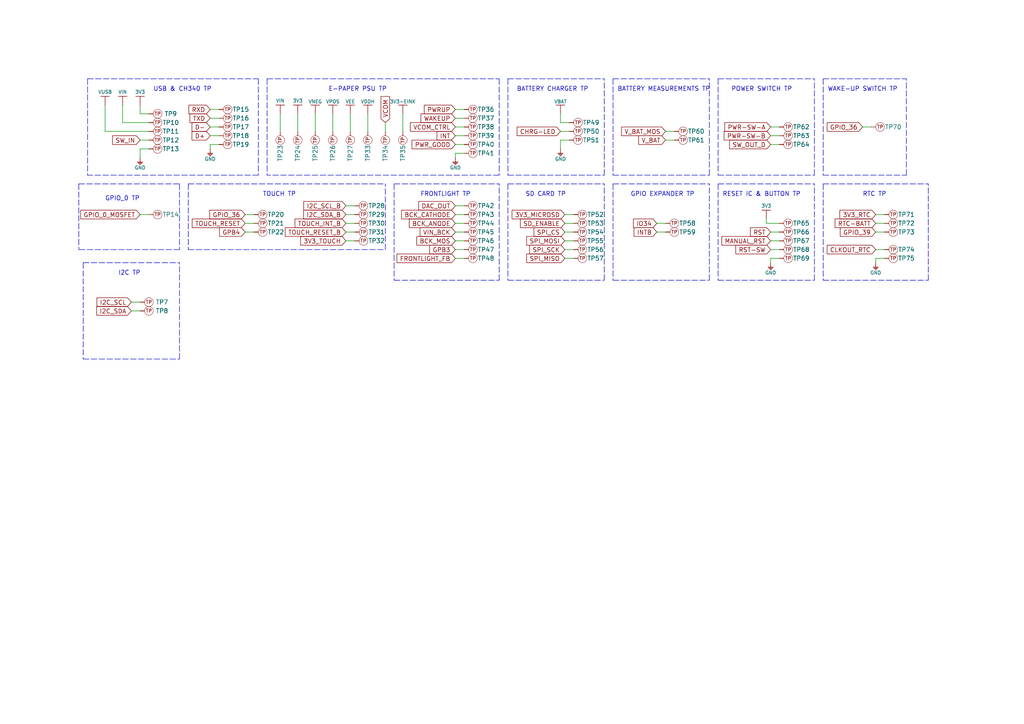
<source format=kicad_sch>
(kicad_sch (version 20211123) (generator eeschema)

  (uuid 2bf078c2-ef8f-4805-8cc4-db85bfcdccd9)

  (paper "A4")

  (title_block
    (title "Soldered Inkplate 6 FLICK")
    (date "2024-05-20")
    (rev "V1.2.0")
    (company "SOLDERED")
    (comment 1 "333317")
  )

  (lib_symbols
    (symbol "e-radionica.com schematics:3V3" (power) (pin_names (offset 0)) (in_bom yes) (on_board yes)
      (property "Reference" "#PWR" (id 0) (at 4.445 0 0)
        (effects (font (size 1 1)) hide)
      )
      (property "Value" "3V3" (id 1) (at 0 3.556 0)
        (effects (font (size 1 1)))
      )
      (property "Footprint" "" (id 2) (at 4.445 3.81 0)
        (effects (font (size 1 1)) hide)
      )
      (property "Datasheet" "" (id 3) (at 4.445 3.81 0)
        (effects (font (size 1 1)) hide)
      )
      (property "ki_keywords" "power-flag" (id 4) (at 0 0 0)
        (effects (font (size 1.27 1.27)) hide)
      )
      (property "ki_description" "Power symbol creates a global label with name \"3V3\"" (id 5) (at 0 0 0)
        (effects (font (size 1.27 1.27)) hide)
      )
      (symbol "3V3_0_1"
        (polyline
          (pts
            (xy -1.27 2.54)
            (xy 1.27 2.54)
          )
          (stroke (width 0.16) (type default) (color 0 0 0 0))
          (fill (type none))
        )
        (polyline
          (pts
            (xy 0 0)
            (xy 0 2.54)
          )
          (stroke (width 0) (type default) (color 0 0 0 0))
          (fill (type none))
        )
      )
      (symbol "3V3_1_1"
        (pin power_in line (at 0 0 90) (length 0) hide
          (name "3V3" (effects (font (size 1.27 1.27))))
          (number "1" (effects (font (size 1.27 1.27))))
        )
      )
    )
    (symbol "e-radionica.com schematics:3V3-EINK" (power) (pin_names (offset 0)) (in_bom yes) (on_board yes)
      (property "Reference" "#PWR" (id 0) (at 4.445 0 0)
        (effects (font (size 1 1)) hide)
      )
      (property "Value" "3V3-EINK" (id 1) (at 0 3.556 0)
        (effects (font (size 1 1)))
      )
      (property "Footprint" "" (id 2) (at 4.445 3.81 0)
        (effects (font (size 1 1)) hide)
      )
      (property "Datasheet" "" (id 3) (at 4.445 3.81 0)
        (effects (font (size 1 1)) hide)
      )
      (property "ki_keywords" "power-flag" (id 4) (at 0 0 0)
        (effects (font (size 1.27 1.27)) hide)
      )
      (property "ki_description" "Power symbol creates a global label with name \"3V3-EINK\"" (id 5) (at 0 0 0)
        (effects (font (size 1.27 1.27)) hide)
      )
      (symbol "3V3-EINK_0_1"
        (polyline
          (pts
            (xy -1.27 2.54)
            (xy 1.27 2.54)
          )
          (stroke (width 0.16) (type default) (color 0 0 0 0))
          (fill (type none))
        )
        (polyline
          (pts
            (xy 0 0)
            (xy 0 2.54)
          )
          (stroke (width 0) (type default) (color 0 0 0 0))
          (fill (type none))
        )
      )
      (symbol "3V3-EINK_1_1"
        (pin power_in line (at 0 0 90) (length 0) hide
          (name "3V3-EINK" (effects (font (size 1.27 1.27))))
          (number "1" (effects (font (size 1.27 1.27))))
        )
      )
    )
    (symbol "e-radionica.com schematics:GND" (power) (pin_names (offset 0)) (in_bom yes) (on_board yes)
      (property "Reference" "#PWR" (id 0) (at 4.445 0 0)
        (effects (font (size 1 1)) hide)
      )
      (property "Value" "GND" (id 1) (at 0 -2.921 0)
        (effects (font (size 1 1)))
      )
      (property "Footprint" "" (id 2) (at 4.445 3.81 0)
        (effects (font (size 1 1)) hide)
      )
      (property "Datasheet" "" (id 3) (at 4.445 3.81 0)
        (effects (font (size 1 1)) hide)
      )
      (property "ki_keywords" "power-flag" (id 4) (at 0 0 0)
        (effects (font (size 1.27 1.27)) hide)
      )
      (property "ki_description" "Power symbol creates a global label with name \"GND\"" (id 5) (at 0 0 0)
        (effects (font (size 1.27 1.27)) hide)
      )
      (symbol "GND_0_1"
        (polyline
          (pts
            (xy -0.762 -1.27)
            (xy 0.762 -1.27)
          )
          (stroke (width 0.16) (type default) (color 0 0 0 0))
          (fill (type none))
        )
        (polyline
          (pts
            (xy -0.635 -1.524)
            (xy 0.635 -1.524)
          )
          (stroke (width 0.16) (type default) (color 0 0 0 0))
          (fill (type none))
        )
        (polyline
          (pts
            (xy -0.381 -1.778)
            (xy 0.381 -1.778)
          )
          (stroke (width 0.16) (type default) (color 0 0 0 0))
          (fill (type none))
        )
        (polyline
          (pts
            (xy -0.127 -2.032)
            (xy 0.127 -2.032)
          )
          (stroke (width 0.16) (type default) (color 0 0 0 0))
          (fill (type none))
        )
        (polyline
          (pts
            (xy 0 0)
            (xy 0 -1.27)
          )
          (stroke (width 0.16) (type default) (color 0 0 0 0))
          (fill (type none))
        )
      )
      (symbol "GND_1_1"
        (pin power_in line (at 0 0 270) (length 0) hide
          (name "GND" (effects (font (size 1.27 1.27))))
          (number "1" (effects (font (size 1.27 1.27))))
        )
      )
    )
    (symbol "e-radionica.com schematics:Test_Point_SMD_0.8mm" (pin_numbers hide) (pin_names hide) (in_bom yes) (on_board yes)
      (property "Reference" "TP" (id 0) (at 0 2.54 0)
        (effects (font (size 1.27 1.27)))
      )
      (property "Value" "Test_Point_SMD_0.8mm" (id 1) (at 0 -2.54 0)
        (effects (font (size 1.27 1.27)) hide)
      )
      (property "Footprint" "e-radionica.com footprinti:Test_Point_SMD_0.8mm" (id 2) (at -1.27 -5.08 0)
        (effects (font (size 1.27 1.27)) hide)
      )
      (property "Datasheet" "" (id 3) (at -0.635 0 0)
        (effects (font (size 1.27 1.27)) hide)
      )
      (symbol "Test_Point_SMD_0.8mm_0_0"
        (text "TP" (at 0 0 0)
          (effects (font (size 1 1)))
        )
      )
      (symbol "Test_Point_SMD_0.8mm_0_1"
        (circle (center 0 0) (radius 1.27)
          (stroke (width 0.1) (type default) (color 0 0 0 0))
          (fill (type none))
        )
      )
      (symbol "Test_Point_SMD_0.8mm_1_1"
        (pin passive line (at 2.54 0 180) (length 1.27)
          (name "~" (effects (font (size 1 1))))
          (number "TP" (effects (font (size 1 1))))
        )
      )
    )
    (symbol "e-radionica.com schematics:VBAT" (power) (pin_names (offset 0)) (in_bom yes) (on_board yes)
      (property "Reference" "#PWR" (id 0) (at 4.445 0 0)
        (effects (font (size 1 1)) hide)
      )
      (property "Value" "VBAT" (id 1) (at 0 3.556 0)
        (effects (font (size 1 1)))
      )
      (property "Footprint" "" (id 2) (at 4.445 3.81 0)
        (effects (font (size 1 1)) hide)
      )
      (property "Datasheet" "" (id 3) (at 4.445 3.81 0)
        (effects (font (size 1 1)) hide)
      )
      (property "ki_keywords" "power-flag" (id 4) (at 0 0 0)
        (effects (font (size 1.27 1.27)) hide)
      )
      (property "ki_description" "Power symbol creates a global label with name \"VBAT\"" (id 5) (at 0 0 0)
        (effects (font (size 1.27 1.27)) hide)
      )
      (symbol "VBAT_0_1"
        (polyline
          (pts
            (xy -1.27 2.54)
            (xy 1.27 2.54)
          )
          (stroke (width 0.16) (type default) (color 0 0 0 0))
          (fill (type none))
        )
        (polyline
          (pts
            (xy 0 0)
            (xy 0 2.54)
          )
          (stroke (width 0) (type default) (color 0 0 0 0))
          (fill (type none))
        )
      )
      (symbol "VBAT_1_1"
        (pin power_in line (at 0 0 90) (length 0) hide
          (name "VBAT" (effects (font (size 1.27 1.27))))
          (number "1" (effects (font (size 1.27 1.27))))
        )
      )
    )
    (symbol "e-radionica.com schematics:VDDH" (power) (pin_names (offset 0)) (in_bom yes) (on_board yes)
      (property "Reference" "#PWR" (id 0) (at 4.445 0 0)
        (effects (font (size 1 1)) hide)
      )
      (property "Value" "VDDH" (id 1) (at 0 3.556 0)
        (effects (font (size 1 1)))
      )
      (property "Footprint" "" (id 2) (at 4.445 3.81 0)
        (effects (font (size 1 1)) hide)
      )
      (property "Datasheet" "" (id 3) (at 4.445 3.81 0)
        (effects (font (size 1 1)) hide)
      )
      (property "ki_keywords" "power-flag" (id 4) (at 0 0 0)
        (effects (font (size 1.27 1.27)) hide)
      )
      (property "ki_description" "Power symbol creates a global label with name \"VDDH\"" (id 5) (at 0 0 0)
        (effects (font (size 1.27 1.27)) hide)
      )
      (symbol "VDDH_0_1"
        (polyline
          (pts
            (xy -1.27 2.54)
            (xy 1.27 2.54)
          )
          (stroke (width 0.16) (type default) (color 0 0 0 0))
          (fill (type none))
        )
        (polyline
          (pts
            (xy 0 0)
            (xy 0 2.54)
          )
          (stroke (width 0) (type default) (color 0 0 0 0))
          (fill (type none))
        )
      )
      (symbol "VDDH_1_1"
        (pin power_in line (at 0 0 90) (length 0) hide
          (name "VDDH" (effects (font (size 1.27 1.27))))
          (number "1" (effects (font (size 1.27 1.27))))
        )
      )
    )
    (symbol "e-radionica.com schematics:VEE" (power) (pin_names (offset 0)) (in_bom yes) (on_board yes)
      (property "Reference" "#PWR" (id 0) (at 4.445 0 0)
        (effects (font (size 1 1)) hide)
      )
      (property "Value" "VEE" (id 1) (at 0 3.556 0)
        (effects (font (size 1 1)))
      )
      (property "Footprint" "" (id 2) (at 4.445 3.81 0)
        (effects (font (size 1 1)) hide)
      )
      (property "Datasheet" "" (id 3) (at 4.445 3.81 0)
        (effects (font (size 1 1)) hide)
      )
      (property "ki_keywords" "power-flag" (id 4) (at 0 0 0)
        (effects (font (size 1.27 1.27)) hide)
      )
      (property "ki_description" "Power symbol creates a global label with name \"VEE\"" (id 5) (at 0 0 0)
        (effects (font (size 1.27 1.27)) hide)
      )
      (symbol "VEE_0_1"
        (polyline
          (pts
            (xy -1.27 2.54)
            (xy 1.27 2.54)
          )
          (stroke (width 0.16) (type default) (color 0 0 0 0))
          (fill (type none))
        )
        (polyline
          (pts
            (xy 0 0)
            (xy 0 2.54)
          )
          (stroke (width 0) (type default) (color 0 0 0 0))
          (fill (type none))
        )
      )
      (symbol "VEE_1_1"
        (pin power_in line (at 0 0 90) (length 0) hide
          (name "VEE" (effects (font (size 1.27 1.27))))
          (number "1" (effects (font (size 1.27 1.27))))
        )
      )
    )
    (symbol "e-radionica.com schematics:VIN" (power) (pin_names (offset 0)) (in_bom yes) (on_board yes)
      (property "Reference" "#PWR" (id 0) (at 4.445 0 0)
        (effects (font (size 1 1)) hide)
      )
      (property "Value" "VIN" (id 1) (at 0 3.556 0)
        (effects (font (size 1 1)))
      )
      (property "Footprint" "" (id 2) (at 4.445 3.81 0)
        (effects (font (size 1 1)) hide)
      )
      (property "Datasheet" "" (id 3) (at 4.445 3.81 0)
        (effects (font (size 1 1)) hide)
      )
      (property "ki_keywords" "power-flag" (id 4) (at 0 0 0)
        (effects (font (size 1.27 1.27)) hide)
      )
      (property "ki_description" "Power symbol creates a global label with name \"VIN\"" (id 5) (at 0 0 0)
        (effects (font (size 1.27 1.27)) hide)
      )
      (symbol "VIN_0_1"
        (polyline
          (pts
            (xy -1.27 2.54)
            (xy 1.27 2.54)
          )
          (stroke (width 0.16) (type default) (color 0 0 0 0))
          (fill (type none))
        )
        (polyline
          (pts
            (xy 0 0)
            (xy 0 2.54)
          )
          (stroke (width 0) (type default) (color 0 0 0 0))
          (fill (type none))
        )
      )
      (symbol "VIN_1_1"
        (pin power_in line (at 0 0 90) (length 0) hide
          (name "VIN" (effects (font (size 1.27 1.27))))
          (number "1" (effects (font (size 1.27 1.27))))
        )
      )
    )
    (symbol "e-radionica.com schematics:VNEG" (power) (pin_names (offset 0)) (in_bom yes) (on_board yes)
      (property "Reference" "#PWR" (id 0) (at 4.445 0 0)
        (effects (font (size 1 1)) hide)
      )
      (property "Value" "VNEG" (id 1) (at 0 3.556 0)
        (effects (font (size 1 1)))
      )
      (property "Footprint" "" (id 2) (at 4.445 3.81 0)
        (effects (font (size 1 1)) hide)
      )
      (property "Datasheet" "" (id 3) (at 4.445 3.81 0)
        (effects (font (size 1 1)) hide)
      )
      (property "ki_keywords" "power-flag" (id 4) (at 0 0 0)
        (effects (font (size 1.27 1.27)) hide)
      )
      (property "ki_description" "Power symbol creates a global label with name \"VNEG\"" (id 5) (at 0 0 0)
        (effects (font (size 1.27 1.27)) hide)
      )
      (symbol "VNEG_0_1"
        (polyline
          (pts
            (xy -1.27 2.54)
            (xy 1.27 2.54)
          )
          (stroke (width 0.16) (type default) (color 0 0 0 0))
          (fill (type none))
        )
        (polyline
          (pts
            (xy 0 0)
            (xy 0 2.54)
          )
          (stroke (width 0) (type default) (color 0 0 0 0))
          (fill (type none))
        )
      )
      (symbol "VNEG_1_1"
        (pin power_in line (at 0 0 90) (length 0) hide
          (name "VNEG" (effects (font (size 1.27 1.27))))
          (number "1" (effects (font (size 1.27 1.27))))
        )
      )
    )
    (symbol "e-radionica.com schematics:VPOS" (power) (pin_names (offset 0)) (in_bom yes) (on_board yes)
      (property "Reference" "#PWR" (id 0) (at 4.445 0 0)
        (effects (font (size 1 1)) hide)
      )
      (property "Value" "VPOS" (id 1) (at 0 3.556 0)
        (effects (font (size 1 1)))
      )
      (property "Footprint" "" (id 2) (at 4.445 3.81 0)
        (effects (font (size 1 1)) hide)
      )
      (property "Datasheet" "" (id 3) (at 4.445 3.81 0)
        (effects (font (size 1 1)) hide)
      )
      (property "ki_keywords" "power-flag" (id 4) (at 0 0 0)
        (effects (font (size 1.27 1.27)) hide)
      )
      (property "ki_description" "Power symbol creates a global label with name \"VPOS\"" (id 5) (at 0 0 0)
        (effects (font (size 1.27 1.27)) hide)
      )
      (symbol "VPOS_0_1"
        (polyline
          (pts
            (xy -1.27 2.54)
            (xy 1.27 2.54)
          )
          (stroke (width 0.16) (type default) (color 0 0 0 0))
          (fill (type none))
        )
        (polyline
          (pts
            (xy 0 0)
            (xy 0 2.54)
          )
          (stroke (width 0) (type default) (color 0 0 0 0))
          (fill (type none))
        )
      )
      (symbol "VPOS_1_1"
        (pin power_in line (at 0 0 90) (length 0) hide
          (name "VPOS" (effects (font (size 1.27 1.27))))
          (number "1" (effects (font (size 1.27 1.27))))
        )
      )
    )
    (symbol "e-radionica.com schematics:VUSB" (power) (pin_names (offset 0)) (in_bom yes) (on_board yes)
      (property "Reference" "#PWR" (id 0) (at 4.445 0 0)
        (effects (font (size 1 1)) hide)
      )
      (property "Value" "VUSB" (id 1) (at 0 3.556 0)
        (effects (font (size 1 1)))
      )
      (property "Footprint" "" (id 2) (at 4.445 3.81 0)
        (effects (font (size 1 1)) hide)
      )
      (property "Datasheet" "" (id 3) (at 4.445 3.81 0)
        (effects (font (size 1 1)) hide)
      )
      (property "ki_keywords" "power-flag" (id 4) (at 0 0 0)
        (effects (font (size 1.27 1.27)) hide)
      )
      (property "ki_description" "Power symbol creates a global label with name \"VUSB\"" (id 5) (at 0 0 0)
        (effects (font (size 1.27 1.27)) hide)
      )
      (symbol "VUSB_0_1"
        (polyline
          (pts
            (xy -1.27 2.54)
            (xy 1.27 2.54)
          )
          (stroke (width 0.16) (type default) (color 0 0 0 0))
          (fill (type none))
        )
        (polyline
          (pts
            (xy 0 0)
            (xy 0 2.54)
          )
          (stroke (width 0) (type default) (color 0 0 0 0))
          (fill (type none))
        )
      )
      (symbol "VUSB_1_1"
        (pin power_in line (at 0 0 90) (length 0) hide
          (name "VUSB" (effects (font (size 1.27 1.27))))
          (number "1" (effects (font (size 1.27 1.27))))
        )
      )
    )
  )


  (wire (pts (xy 162.56 38.1) (xy 165.1 38.1))
    (stroke (width 0) (type default) (color 0 0 0 0))
    (uuid 010b49d4-6686-4869-96fc-2e755263920b)
  )
  (wire (pts (xy 165.1 40.64) (xy 162.56 40.64))
    (stroke (width 0) (type default) (color 0 0 0 0))
    (uuid 093445c0-9c5c-4159-98cc-eb5e0d579f3a)
  )
  (polyline (pts (xy 236.22 81.28) (xy 236.22 53.34))
    (stroke (width 0) (type default) (color 0 0 0 0))
    (uuid 0a6af41f-7628-4ff3-bf84-1d3921b6b238)
  )
  (polyline (pts (xy 52.07 72.39) (xy 22.86 72.39))
    (stroke (width 0) (type default) (color 0 0 0 0))
    (uuid 0ae53fc0-952a-4835-b249-e9b7983076ca)
  )
  (polyline (pts (xy 74.93 22.86) (xy 74.93 50.8))
    (stroke (width 0) (type default) (color 0 0 0 0))
    (uuid 0d010bf0-c540-4dc3-9fc7-b78c5a5efaa3)
  )

  (wire (pts (xy 40.64 62.23) (xy 43.18 62.23))
    (stroke (width 0) (type default) (color 0 0 0 0))
    (uuid 0db4dd37-73e8-499b-9724-c4ca28f298d1)
  )
  (wire (pts (xy 43.18 38.1) (xy 30.48 38.1))
    (stroke (width 0) (type default) (color 0 0 0 0))
    (uuid 0e3611fa-57ce-4148-8b8d-dcbe1e3c585c)
  )
  (wire (pts (xy 223.52 74.93) (xy 223.52 76.2))
    (stroke (width 0) (type default) (color 0 0 0 0))
    (uuid 127dff11-49aa-474f-aacf-fa6e85bd11d7)
  )
  (polyline (pts (xy 24.13 76.2) (xy 24.13 104.14))
    (stroke (width 0) (type default) (color 0 0 0 0))
    (uuid 131c96ea-3b07-4b1f-b256-ab88c571ad73)
  )

  (wire (pts (xy 132.08 31.75) (xy 134.62 31.75))
    (stroke (width 0) (type default) (color 0 0 0 0))
    (uuid 1495692d-2d7a-4567-be51-f95d662ec23d)
  )
  (wire (pts (xy 190.5 67.31) (xy 193.04 67.31))
    (stroke (width 0) (type default) (color 0 0 0 0))
    (uuid 15c37b34-2dfd-4d96-95e3-5373070b384f)
  )
  (wire (pts (xy 38.1 87.63) (xy 40.64 87.63))
    (stroke (width 0) (type default) (color 0 0 0 0))
    (uuid 18af90cf-3cbb-4390-98a1-0f65c23c65b9)
  )
  (wire (pts (xy 100.33 59.69) (xy 102.87 59.69))
    (stroke (width 0) (type default) (color 0 0 0 0))
    (uuid 18f40d6e-11fd-48f3-9dac-d18c6b5b9cee)
  )
  (wire (pts (xy 193.04 40.64) (xy 195.58 40.64))
    (stroke (width 0) (type default) (color 0 0 0 0))
    (uuid 1c6f325a-e4c1-4238-a00a-dd3801300cbe)
  )
  (polyline (pts (xy 24.13 104.14) (xy 52.07 104.14))
    (stroke (width 0) (type default) (color 0 0 0 0))
    (uuid 251ac4af-1365-4a56-afd6-0389f8335488)
  )
  (polyline (pts (xy 77.47 22.86) (xy 77.47 50.8))
    (stroke (width 0) (type default) (color 0 0 0 0))
    (uuid 27e28989-a57a-47e6-be58-5587e1598989)
  )
  (polyline (pts (xy 208.28 81.28) (xy 236.22 81.28))
    (stroke (width 0) (type default) (color 0 0 0 0))
    (uuid 286a1df0-2d1f-4783-b90b-96ab9abda783)
  )

  (wire (pts (xy 132.08 39.37) (xy 134.62 39.37))
    (stroke (width 0) (type default) (color 0 0 0 0))
    (uuid 28aa2cb5-f781-41f5-9882-92959e1e9f8d)
  )
  (polyline (pts (xy 54.61 53.34) (xy 54.61 72.39))
    (stroke (width 0) (type default) (color 0 0 0 0))
    (uuid 2b78cfce-be5e-4189-a07a-19a670d3ee41)
  )
  (polyline (pts (xy 144.78 50.8) (xy 77.47 50.8))
    (stroke (width 0) (type default) (color 0 0 0 0))
    (uuid 2c71e1bf-c7d6-45b4-9e65-ad84d0c7c6d1)
  )
  (polyline (pts (xy 114.3 81.28) (xy 144.78 81.28))
    (stroke (width 0) (type default) (color 0 0 0 0))
    (uuid 2d8f76e2-4834-4f2a-86a6-2a6849b1d8de)
  )

  (wire (pts (xy 162.56 33.02) (xy 162.56 35.56))
    (stroke (width 0) (type default) (color 0 0 0 0))
    (uuid 2eca40d6-f09f-4e2e-8d47-0d0a8cf4463d)
  )
  (polyline (pts (xy 238.76 22.86) (xy 238.76 50.8))
    (stroke (width 0) (type default) (color 0 0 0 0))
    (uuid 322e714e-a215-426e-8ad9-189a7b7737e3)
  )

  (wire (pts (xy 38.1 90.17) (xy 40.64 90.17))
    (stroke (width 0) (type default) (color 0 0 0 0))
    (uuid 355fc550-b022-4bce-89a8-2f846333f842)
  )
  (polyline (pts (xy 25.4 22.86) (xy 25.4 50.8))
    (stroke (width 0) (type default) (color 0 0 0 0))
    (uuid 3aabaa3f-58bd-4cb0-ab8f-31305b92f4cf)
  )

  (wire (pts (xy 100.33 62.23) (xy 102.87 62.23))
    (stroke (width 0) (type default) (color 0 0 0 0))
    (uuid 3c206d41-b4a7-4531-b482-40b56e1677c0)
  )
  (polyline (pts (xy 262.89 50.8) (xy 262.89 22.86))
    (stroke (width 0) (type default) (color 0 0 0 0))
    (uuid 3fa7abed-825d-4b65-8cba-a022ad79f0b4)
  )

  (wire (pts (xy 132.08 36.83) (xy 134.62 36.83))
    (stroke (width 0) (type default) (color 0 0 0 0))
    (uuid 3fcb9235-9ad6-4d0d-a379-fe65e12c4fb8)
  )
  (polyline (pts (xy 77.47 22.86) (xy 144.78 22.86))
    (stroke (width 0) (type default) (color 0 0 0 0))
    (uuid 40a232d6-dde7-4e4f-9842-26dbc051e7fa)
  )

  (wire (pts (xy 250.19 36.83) (xy 252.73 36.83))
    (stroke (width 0) (type default) (color 0 0 0 0))
    (uuid 40b4e077-4a63-4b34-ae92-2881bb7580aa)
  )
  (wire (pts (xy 101.6 33.02) (xy 101.6 38.1))
    (stroke (width 0) (type default) (color 0 0 0 0))
    (uuid 40d42ddc-c937-41c7-b87c-fe1a496b9b7f)
  )
  (polyline (pts (xy 177.8 53.34) (xy 177.8 81.28))
    (stroke (width 0) (type default) (color 0 0 0 0))
    (uuid 4140e301-aed0-49ae-aa22-a370a946b2a8)
  )

  (wire (pts (xy 226.06 74.93) (xy 223.52 74.93))
    (stroke (width 0) (type default) (color 0 0 0 0))
    (uuid 42fdf456-8be2-411d-bd7f-2aaff03d61f9)
  )
  (wire (pts (xy 35.56 30.48) (xy 35.56 35.56))
    (stroke (width 0) (type default) (color 0 0 0 0))
    (uuid 462588b9-31ae-48a8-bde5-125a850c97e7)
  )
  (wire (pts (xy 40.64 43.18) (xy 40.64 45.72))
    (stroke (width 0) (type default) (color 0 0 0 0))
    (uuid 470c285f-0037-4728-88fe-2c8589f1acf1)
  )
  (polyline (pts (xy 144.78 22.86) (xy 144.78 50.8))
    (stroke (width 0) (type default) (color 0 0 0 0))
    (uuid 47d58dd8-e579-40a4-b310-ad1492559d25)
  )
  (polyline (pts (xy 25.4 22.86) (xy 74.93 22.86))
    (stroke (width 0) (type default) (color 0 0 0 0))
    (uuid 4e841f08-0638-443a-9392-c1dd907d497f)
  )

  (wire (pts (xy 163.83 64.77) (xy 166.37 64.77))
    (stroke (width 0) (type default) (color 0 0 0 0))
    (uuid 50625eab-b72b-40aa-9868-27256c7e14cc)
  )
  (wire (pts (xy 35.56 35.56) (xy 43.18 35.56))
    (stroke (width 0) (type default) (color 0 0 0 0))
    (uuid 507689ac-0d44-4527-aa51-7dce73ce557c)
  )
  (wire (pts (xy 60.96 36.83) (xy 63.5 36.83))
    (stroke (width 0) (type default) (color 0 0 0 0))
    (uuid 50b6aca2-01d5-44b0-863b-6e4910a4d2a4)
  )
  (wire (pts (xy 43.18 43.18) (xy 40.64 43.18))
    (stroke (width 0) (type default) (color 0 0 0 0))
    (uuid 525626a5-4ed8-4230-af6e-cc6a3b70a198)
  )
  (polyline (pts (xy 208.28 22.86) (xy 236.22 22.86))
    (stroke (width 0) (type default) (color 0 0 0 0))
    (uuid 5403885a-20ea-4170-9edd-3de9a7a5fa79)
  )

  (wire (pts (xy 106.68 33.02) (xy 106.68 38.1))
    (stroke (width 0) (type default) (color 0 0 0 0))
    (uuid 5425070f-0185-4883-8a90-272ca1150efb)
  )
  (polyline (pts (xy 147.32 53.34) (xy 175.26 53.34))
    (stroke (width 0) (type default) (color 0 0 0 0))
    (uuid 5481dad3-8bcc-4c0e-8e8e-1dd23eb8ca0f)
  )

  (wire (pts (xy 111.76 35.56) (xy 111.76 38.1))
    (stroke (width 0) (type default) (color 0 0 0 0))
    (uuid 556a0c7b-7f08-4ffa-8779-963c993ec61c)
  )
  (wire (pts (xy 63.5 41.91) (xy 60.96 41.91))
    (stroke (width 0) (type default) (color 0 0 0 0))
    (uuid 56c58c35-e238-4f51-b191-aaad90467cb0)
  )
  (wire (pts (xy 222.25 64.77) (xy 226.06 64.77))
    (stroke (width 0) (type default) (color 0 0 0 0))
    (uuid 585c0b7c-2a14-489b-9073-0a4f92e2be22)
  )
  (wire (pts (xy 71.12 67.31) (xy 73.66 67.31))
    (stroke (width 0) (type default) (color 0 0 0 0))
    (uuid 5986ab59-298b-45af-9396-2a04f75e61db)
  )
  (wire (pts (xy 116.84 33.02) (xy 116.84 38.1))
    (stroke (width 0) (type default) (color 0 0 0 0))
    (uuid 59e84015-472e-4d3e-96b4-f680452df293)
  )
  (wire (pts (xy 132.08 74.93) (xy 134.62 74.93))
    (stroke (width 0) (type default) (color 0 0 0 0))
    (uuid 5b82d941-0049-4718-a40d-35661ef92768)
  )
  (polyline (pts (xy 147.32 81.28) (xy 175.26 81.28))
    (stroke (width 0) (type default) (color 0 0 0 0))
    (uuid 5be1b4de-a444-4b8d-87f6-5671cde1848f)
  )

  (wire (pts (xy 223.52 72.39) (xy 226.06 72.39))
    (stroke (width 0) (type default) (color 0 0 0 0))
    (uuid 5c3b389b-3637-4be1-b5f7-5c3f7ada99d2)
  )
  (polyline (pts (xy 238.76 50.8) (xy 262.89 50.8))
    (stroke (width 0) (type default) (color 0 0 0 0))
    (uuid 5d084df6-2638-4472-8d13-7aa368774af5)
  )

  (wire (pts (xy 100.33 64.77) (xy 102.87 64.77))
    (stroke (width 0) (type default) (color 0 0 0 0))
    (uuid 5ec06509-4d24-48f1-807c-48e86e0acbe4)
  )
  (wire (pts (xy 86.36 33.02) (xy 86.36 38.1))
    (stroke (width 0) (type default) (color 0 0 0 0))
    (uuid 604edb7e-b041-4490-a3ca-6f241fc982ff)
  )
  (polyline (pts (xy 74.93 50.8) (xy 25.4 50.8))
    (stroke (width 0) (type default) (color 0 0 0 0))
    (uuid 651459ea-1caf-4f32-a605-5b3908bbaf10)
  )

  (wire (pts (xy 162.56 35.56) (xy 165.1 35.56))
    (stroke (width 0) (type default) (color 0 0 0 0))
    (uuid 65afaa97-4e41-4458-a41f-69be6e429527)
  )
  (polyline (pts (xy 205.74 50.8) (xy 205.74 22.86))
    (stroke (width 0) (type default) (color 0 0 0 0))
    (uuid 693b8e2e-9c2d-4df8-95b1-41719179b725)
  )
  (polyline (pts (xy 238.76 22.86) (xy 262.89 22.86))
    (stroke (width 0) (type default) (color 0 0 0 0))
    (uuid 6acd7202-5927-4baf-bf3d-e7c3211de2fa)
  )

  (wire (pts (xy 254 62.23) (xy 256.54 62.23))
    (stroke (width 0) (type default) (color 0 0 0 0))
    (uuid 6bdeb9e9-d2eb-4dee-91a6-79c4b777e001)
  )
  (polyline (pts (xy 177.8 53.34) (xy 205.74 53.34))
    (stroke (width 0) (type default) (color 0 0 0 0))
    (uuid 6d3559fc-bd56-4770-ae25-7628efc2aa10)
  )
  (polyline (pts (xy 238.76 53.34) (xy 269.24 53.34))
    (stroke (width 0) (type default) (color 0 0 0 0))
    (uuid 7176930e-1dae-477f-8a58-ec672d62b3a1)
  )
  (polyline (pts (xy 22.86 53.34) (xy 52.07 53.34))
    (stroke (width 0) (type default) (color 0 0 0 0))
    (uuid 720d7472-b0db-46cd-90d4-f6daef52316a)
  )

  (wire (pts (xy 223.52 67.31) (xy 226.06 67.31))
    (stroke (width 0) (type default) (color 0 0 0 0))
    (uuid 72aac2b5-a74b-4a61-a8b7-bce8beb3ccc3)
  )
  (polyline (pts (xy 147.32 53.34) (xy 147.32 81.28))
    (stroke (width 0) (type default) (color 0 0 0 0))
    (uuid 72bc5ca7-e9f3-48b0-a266-bad4e5e7eddc)
  )
  (polyline (pts (xy 175.26 50.8) (xy 175.26 22.86))
    (stroke (width 0) (type default) (color 0 0 0 0))
    (uuid 73cd50d0-9e01-4df1-9962-e6d7c788f9ea)
  )

  (wire (pts (xy 132.08 34.29) (xy 134.62 34.29))
    (stroke (width 0) (type default) (color 0 0 0 0))
    (uuid 744b64d9-2ed3-474e-b57c-b50ff188fa42)
  )
  (wire (pts (xy 60.96 41.91) (xy 60.96 43.18))
    (stroke (width 0) (type default) (color 0 0 0 0))
    (uuid 78b2b8ee-ae3c-486d-91f2-2a0725137a11)
  )
  (wire (pts (xy 223.52 39.37) (xy 226.06 39.37))
    (stroke (width 0) (type default) (color 0 0 0 0))
    (uuid 7e24e9cc-1869-404b-b942-9d483bb7cc62)
  )
  (polyline (pts (xy 54.61 72.39) (xy 111.76 72.39))
    (stroke (width 0) (type default) (color 0 0 0 0))
    (uuid 7e7ed30f-266b-4059-bf57-f43016fe46f0)
  )

  (wire (pts (xy 132.08 41.91) (xy 134.62 41.91))
    (stroke (width 0) (type default) (color 0 0 0 0))
    (uuid 80722c3d-b24b-4fed-b56f-0512f7cb4e97)
  )
  (wire (pts (xy 163.83 74.93) (xy 166.37 74.93))
    (stroke (width 0) (type default) (color 0 0 0 0))
    (uuid 81388963-d64e-4fef-957f-ef1f20200c32)
  )
  (wire (pts (xy 91.44 33.02) (xy 91.44 38.1))
    (stroke (width 0) (type default) (color 0 0 0 0))
    (uuid 86544649-398d-42e5-b5d7-b45b82cf3050)
  )
  (wire (pts (xy 256.54 74.93) (xy 254 74.93))
    (stroke (width 0) (type default) (color 0 0 0 0))
    (uuid 8b638cc8-4e7c-418b-b609-97c3a7409653)
  )
  (polyline (pts (xy 144.78 81.28) (xy 144.78 53.34))
    (stroke (width 0) (type default) (color 0 0 0 0))
    (uuid 8c318120-88bf-40b3-9ae9-845435ab18ae)
  )
  (polyline (pts (xy 236.22 50.8) (xy 236.22 22.86))
    (stroke (width 0) (type default) (color 0 0 0 0))
    (uuid 8fa5cb79-10b2-49fa-a171-7c41982754a5)
  )

  (wire (pts (xy 190.5 64.77) (xy 193.04 64.77))
    (stroke (width 0) (type default) (color 0 0 0 0))
    (uuid 916a7177-7261-47b1-b256-2d47ab7726b3)
  )
  (wire (pts (xy 40.64 40.64) (xy 43.18 40.64))
    (stroke (width 0) (type default) (color 0 0 0 0))
    (uuid 97b3aa17-bef7-49e3-bd59-697db47890ea)
  )
  (polyline (pts (xy 208.28 53.34) (xy 208.28 81.28))
    (stroke (width 0) (type default) (color 0 0 0 0))
    (uuid 9906ea5f-6e90-4379-96d4-16d146c8c91c)
  )
  (polyline (pts (xy 24.13 76.2) (xy 52.07 76.2))
    (stroke (width 0) (type default) (color 0 0 0 0))
    (uuid 99dad093-5efd-4aa9-ad70-71fe162f5dd5)
  )

  (wire (pts (xy 162.56 40.64) (xy 162.56 43.18))
    (stroke (width 0) (type default) (color 0 0 0 0))
    (uuid 9b38b626-c81c-43b8-b2f4-f25d07c5dc74)
  )
  (polyline (pts (xy 52.07 104.14) (xy 52.07 76.2))
    (stroke (width 0) (type default) (color 0 0 0 0))
    (uuid 9b3ecb1b-8155-4a89-9d54-9f27f2514c86)
  )

  (wire (pts (xy 163.83 69.85) (xy 166.37 69.85))
    (stroke (width 0) (type default) (color 0 0 0 0))
    (uuid 9bec497d-2ae5-41a7-89e2-bc427271ef2e)
  )
  (polyline (pts (xy 238.76 53.34) (xy 238.76 81.28))
    (stroke (width 0) (type default) (color 0 0 0 0))
    (uuid 9cc1410f-ee55-4ac2-aaf6-5ff4272c57cf)
  )
  (polyline (pts (xy 147.32 22.86) (xy 147.32 50.8))
    (stroke (width 0) (type default) (color 0 0 0 0))
    (uuid a2556218-60e3-42a0-b465-cc6e2c09713a)
  )

  (wire (pts (xy 132.08 69.85) (xy 134.62 69.85))
    (stroke (width 0) (type default) (color 0 0 0 0))
    (uuid a2ba30e6-b808-4222-84de-648838ff6285)
  )
  (wire (pts (xy 193.04 38.1) (xy 195.58 38.1))
    (stroke (width 0) (type default) (color 0 0 0 0))
    (uuid a3655d90-c19e-480d-8c74-654b90c598fc)
  )
  (polyline (pts (xy 177.8 22.86) (xy 205.74 22.86))
    (stroke (width 0) (type default) (color 0 0 0 0))
    (uuid a50b92ed-b1d4-4e01-8207-51bb45eac66d)
  )

  (wire (pts (xy 132.08 45.72) (xy 132.08 44.45))
    (stroke (width 0) (type default) (color 0 0 0 0))
    (uuid acf00e9a-9113-4b0e-a6b5-0663133b0ed2)
  )
  (wire (pts (xy 254 64.77) (xy 256.54 64.77))
    (stroke (width 0) (type default) (color 0 0 0 0))
    (uuid b22a4b92-69b3-43bb-a4e0-5017f1426318)
  )
  (wire (pts (xy 254 74.93) (xy 254 76.2))
    (stroke (width 0) (type default) (color 0 0 0 0))
    (uuid b45a34e6-9662-430c-aff8-603f83638c34)
  )
  (polyline (pts (xy 208.28 53.34) (xy 236.22 53.34))
    (stroke (width 0) (type default) (color 0 0 0 0))
    (uuid b9451912-e4a1-4f9b-8cfd-d9b60f5a2f56)
  )
  (polyline (pts (xy 54.61 53.34) (xy 111.76 53.34))
    (stroke (width 0) (type default) (color 0 0 0 0))
    (uuid bb055d1b-caf9-42c2-8a67-eee54942cb8a)
  )

  (wire (pts (xy 132.08 59.69) (xy 134.62 59.69))
    (stroke (width 0) (type default) (color 0 0 0 0))
    (uuid bcfb525c-4661-4b60-bdef-cd9dda867d58)
  )
  (wire (pts (xy 223.52 69.85) (xy 226.06 69.85))
    (stroke (width 0) (type default) (color 0 0 0 0))
    (uuid beb3de15-15a2-4d08-891a-d30e3936757c)
  )
  (polyline (pts (xy 175.26 81.28) (xy 175.26 53.34))
    (stroke (width 0) (type default) (color 0 0 0 0))
    (uuid c0811ce5-88fe-489b-a896-9c6a23162acd)
  )

  (wire (pts (xy 254 67.31) (xy 256.54 67.31))
    (stroke (width 0) (type default) (color 0 0 0 0))
    (uuid c0879f06-5d0c-44ac-b072-d0ee2870af98)
  )
  (wire (pts (xy 43.18 33.02) (xy 40.64 33.02))
    (stroke (width 0) (type default) (color 0 0 0 0))
    (uuid c260a9f5-7eaa-47ba-a9d9-a276fa5839e3)
  )
  (wire (pts (xy 100.33 67.31) (xy 102.87 67.31))
    (stroke (width 0) (type default) (color 0 0 0 0))
    (uuid c3949c3c-3ec1-43d7-a80d-0f7ce3d48cb6)
  )
  (polyline (pts (xy 111.76 72.39) (xy 111.76 53.34))
    (stroke (width 0) (type default) (color 0 0 0 0))
    (uuid c44ff0fc-2479-4cb7-8221-e5befd11f010)
  )
  (polyline (pts (xy 208.28 22.86) (xy 208.28 50.8))
    (stroke (width 0) (type default) (color 0 0 0 0))
    (uuid c635144c-19d8-43fa-b145-058ea1e56a51)
  )

  (wire (pts (xy 163.83 72.39) (xy 166.37 72.39))
    (stroke (width 0) (type default) (color 0 0 0 0))
    (uuid c6dd0033-bf78-46f0-b87e-bb53619817af)
  )
  (wire (pts (xy 96.52 33.02) (xy 96.52 38.1))
    (stroke (width 0) (type default) (color 0 0 0 0))
    (uuid c82b321b-f4f9-42c4-a9a6-7acf6b265c3a)
  )
  (wire (pts (xy 40.64 33.02) (xy 40.64 30.48))
    (stroke (width 0) (type default) (color 0 0 0 0))
    (uuid c9822136-e99e-47bc-8417-e8af235bcef0)
  )
  (polyline (pts (xy 22.86 53.34) (xy 22.86 72.39))
    (stroke (width 0) (type default) (color 0 0 0 0))
    (uuid c9a96672-df35-40c2-b968-1be534d59192)
  )
  (polyline (pts (xy 114.3 53.34) (xy 114.3 81.28))
    (stroke (width 0) (type default) (color 0 0 0 0))
    (uuid c9ad5808-8f41-41d2-84f9-a0d7f0d172d7)
  )
  (polyline (pts (xy 147.32 22.86) (xy 175.26 22.86))
    (stroke (width 0) (type default) (color 0 0 0 0))
    (uuid c9fda0dd-ba99-4fd6-a23e-fd28447c63ac)
  )

  (wire (pts (xy 71.12 62.23) (xy 73.66 62.23))
    (stroke (width 0) (type default) (color 0 0 0 0))
    (uuid cc5ccf1c-564a-4465-bde4-82931c811df9)
  )
  (wire (pts (xy 60.96 31.75) (xy 63.5 31.75))
    (stroke (width 0) (type default) (color 0 0 0 0))
    (uuid cc885a55-089d-4708-805b-7e98cdbb729f)
  )
  (wire (pts (xy 132.08 64.77) (xy 134.62 64.77))
    (stroke (width 0) (type default) (color 0 0 0 0))
    (uuid d3b7b47b-e1c8-45d6-921a-b45fa915f8d9)
  )
  (wire (pts (xy 60.96 34.29) (xy 63.5 34.29))
    (stroke (width 0) (type default) (color 0 0 0 0))
    (uuid d8b704d1-5e8d-4508-b957-f658842224a4)
  )
  (polyline (pts (xy 114.3 53.34) (xy 144.78 53.34))
    (stroke (width 0) (type default) (color 0 0 0 0))
    (uuid d94e1597-b537-47ca-93d7-62a5f76622b8)
  )

  (wire (pts (xy 71.12 64.77) (xy 73.66 64.77))
    (stroke (width 0) (type default) (color 0 0 0 0))
    (uuid d99682e2-c666-43a2-9d2f-03ea0d8acf6a)
  )
  (wire (pts (xy 30.48 38.1) (xy 30.48 30.48))
    (stroke (width 0) (type default) (color 0 0 0 0))
    (uuid db6e26fa-cee2-45b8-9463-fcce239d61d5)
  )
  (wire (pts (xy 163.83 62.23) (xy 166.37 62.23))
    (stroke (width 0) (type default) (color 0 0 0 0))
    (uuid dcddd594-a7ff-43b6-8207-e073a519a301)
  )
  (wire (pts (xy 223.52 41.91) (xy 226.06 41.91))
    (stroke (width 0) (type default) (color 0 0 0 0))
    (uuid e089249b-0cf2-410b-96ab-14b32a403a81)
  )
  (polyline (pts (xy 147.32 50.8) (xy 175.26 50.8))
    (stroke (width 0) (type default) (color 0 0 0 0))
    (uuid e0be980d-1adf-437e-a63f-04761116ecb9)
  )
  (polyline (pts (xy 177.8 81.28) (xy 205.74 81.28))
    (stroke (width 0) (type default) (color 0 0 0 0))
    (uuid e0bf7c5d-196e-42e8-b6b6-81290866891e)
  )

  (wire (pts (xy 132.08 44.45) (xy 134.62 44.45))
    (stroke (width 0) (type default) (color 0 0 0 0))
    (uuid e0de8e2c-6e53-4761-843f-24dadb8bb80d)
  )
  (wire (pts (xy 222.25 63.5) (xy 222.25 64.77))
    (stroke (width 0) (type default) (color 0 0 0 0))
    (uuid e0e90655-8b6f-45c1-a2f2-ca78eeaea350)
  )
  (wire (pts (xy 100.33 69.85) (xy 102.87 69.85))
    (stroke (width 0) (type default) (color 0 0 0 0))
    (uuid e1fc8e14-d502-4a9f-a702-2c789f461504)
  )
  (polyline (pts (xy 208.28 50.8) (xy 236.22 50.8))
    (stroke (width 0) (type default) (color 0 0 0 0))
    (uuid e2c55ada-8d10-4230-ade5-a18a752081f0)
  )
  (polyline (pts (xy 269.24 81.28) (xy 269.24 53.34))
    (stroke (width 0) (type default) (color 0 0 0 0))
    (uuid e6118dae-f82f-45db-9308-bcd9e589eee5)
  )

  (wire (pts (xy 132.08 62.23) (xy 134.62 62.23))
    (stroke (width 0) (type default) (color 0 0 0 0))
    (uuid e6baa2f4-4049-4882-8b30-fe179aabd5ef)
  )
  (polyline (pts (xy 205.74 81.28) (xy 205.74 53.34))
    (stroke (width 0) (type default) (color 0 0 0 0))
    (uuid e6c18f3a-ecb4-4db2-8270-97cceeccde88)
  )

  (wire (pts (xy 163.83 67.31) (xy 166.37 67.31))
    (stroke (width 0) (type default) (color 0 0 0 0))
    (uuid e6fa6050-87ad-4c90-b680-b017fd9ee670)
  )
  (polyline (pts (xy 238.76 81.28) (xy 269.24 81.28))
    (stroke (width 0) (type default) (color 0 0 0 0))
    (uuid e6ff4646-8050-494c-abed-f7ae76cfb62b)
  )

  (wire (pts (xy 223.52 36.83) (xy 226.06 36.83))
    (stroke (width 0) (type default) (color 0 0 0 0))
    (uuid eb4bf79c-a975-4c01-aa51-d310c430295f)
  )
  (polyline (pts (xy 177.8 22.86) (xy 177.8 50.8))
    (stroke (width 0) (type default) (color 0 0 0 0))
    (uuid edd62069-7f58-40c4-a930-5be5e8f134f8)
  )

  (wire (pts (xy 60.96 39.37) (xy 63.5 39.37))
    (stroke (width 0) (type default) (color 0 0 0 0))
    (uuid efe42f37-e65a-477f-8dcb-ea0b69dc0284)
  )
  (wire (pts (xy 81.28 33.02) (xy 81.28 38.1))
    (stroke (width 0) (type default) (color 0 0 0 0))
    (uuid f31638b0-64a7-4d3e-9068-a2a2ec02bf0f)
  )
  (polyline (pts (xy 177.8 50.8) (xy 205.74 50.8))
    (stroke (width 0) (type default) (color 0 0 0 0))
    (uuid f4b8df4e-cc6e-426d-b25b-296487d3b549)
  )

  (wire (pts (xy 132.08 72.39) (xy 134.62 72.39))
    (stroke (width 0) (type default) (color 0 0 0 0))
    (uuid f76b4e11-9ab9-4394-9848-e90b6eb61a25)
  )
  (wire (pts (xy 132.08 67.31) (xy 134.62 67.31))
    (stroke (width 0) (type default) (color 0 0 0 0))
    (uuid f99c11cf-c1c5-41ee-b737-ce8d69430bcb)
  )
  (wire (pts (xy 254 72.39) (xy 256.54 72.39))
    (stroke (width 0) (type default) (color 0 0 0 0))
    (uuid faca538a-ee18-45ca-bdb3-4342041421cb)
  )
  (polyline (pts (xy 52.07 53.34) (xy 52.07 72.39))
    (stroke (width 0) (type default) (color 0 0 0 0))
    (uuid fe3737af-d1f0-4f5d-9234-9dab97d9b6d1)
  )

  (text "GPIO EXPANDER TP" (at 182.88 57.15 0)
    (effects (font (size 1.27 1.27)) (justify left bottom))
    (uuid 0017006c-0d85-4c53-9e20-5fa9cc8cb70c)
  )
  (text "FRONTLIGHT TP" (at 121.92 57.15 0)
    (effects (font (size 1.27 1.27)) (justify left bottom))
    (uuid 166a0781-2285-42bb-8cd2-e52a643a88ef)
  )
  (text "BATTERY MEASUREMENTS TP" (at 179.07 26.67 0)
    (effects (font (size 1.27 1.27)) (justify left bottom))
    (uuid 18497c03-2d74-4223-aaef-df3ba1c5b01f)
  )
  (text "POWER SWITCH TP" (at 212.09 26.67 0)
    (effects (font (size 1.27 1.27)) (justify left bottom))
    (uuid 24ca74fe-8cd1-4e6a-a79a-4a803bb00925)
  )
  (text "RESET IC & BUTTON TP" (at 209.55 57.15 0)
    (effects (font (size 1.27 1.27)) (justify left bottom))
    (uuid 268d520a-0624-41df-acd4-88c995364e62)
  )
  (text "BATTERY CHARGER TP" (at 149.86 26.67 0)
    (effects (font (size 1.27 1.27)) (justify left bottom))
    (uuid 26dbdc8b-9b86-4b62-9ff3-580925a959b0)
  )
  (text "GPIO_0 TP" (at 30.48 58.42 0)
    (effects (font (size 1.27 1.27)) (justify left bottom))
    (uuid 584f746f-4fe9-46bd-a18f-ac63292416e1)
  )
  (text "SD CARD TP" (at 152.4 57.15 0)
    (effects (font (size 1.27 1.27)) (justify left bottom))
    (uuid 611111cc-19ad-4878-8a56-83a221af87e4)
  )
  (text "I2C TP" (at 34.29 80.01 0)
    (effects (font (size 1.27 1.27)) (justify left bottom))
    (uuid 64078d13-213d-4357-8adc-52285fc0747b)
  )
  (text "USB & CH340 TP" (at 44.45 26.67 0)
    (effects (font (size 1.27 1.27)) (justify left bottom))
    (uuid 704d3b8c-0fba-476f-b1db-3bd2c3b20eb7)
  )
  (text "WAKE-UP SWITCH TP" (at 240.03 26.67 0)
    (effects (font (size 1.27 1.27)) (justify left bottom))
    (uuid 722fa5fe-b135-46f0-9e7a-5b7ddafd6f8a)
  )
  (text "RTC TP" (at 250.19 57.15 0)
    (effects (font (size 1.27 1.27)) (justify left bottom))
    (uuid 7d3a7a22-6822-4416-b73f-778748e687f1)
  )
  (text "E-PAPER PSU TP" (at 95.25 26.67 0)
    (effects (font (size 1.27 1.27)) (justify left bottom))
    (uuid c03b4c28-d68c-4a1a-a434-054822560839)
  )
  (text "TOUCH TP" (at 76.2 57.15 0)
    (effects (font (size 1.27 1.27)) (justify left bottom))
    (uuid f3f04432-336d-44f5-bef5-ee469cbc4e0b)
  )

  (global_label "WAKEUP" (shape input) (at 132.08 34.29 180) (fields_autoplaced)
    (effects (font (size 1.27 1.27)) (justify right))
    (uuid 0165c906-59eb-41cf-beef-601f86d3c386)
    (property "Intersheet References" "${INTERSHEET_REFS}" (id 0) (at 122.1074 34.2106 0)
      (effects (font (size 1.27 1.27)) (justify right) hide)
    )
  )
  (global_label "SW_OUT_D" (shape input) (at 223.52 41.91 180) (fields_autoplaced)
    (effects (font (size 1.27 1.27)) (justify right))
    (uuid 0407a2e7-4930-4f44-9af5-d30c714d7f5c)
    (property "Intersheet References" "${INTERSHEET_REFS}" (id 0) (at 211.6121 41.8306 0)
      (effects (font (size 1.27 1.27)) (justify right) hide)
    )
  )
  (global_label "BCK_CATHODE" (shape input) (at 132.08 62.23 180) (fields_autoplaced)
    (effects (font (size 1.27 1.27)) (justify right))
    (uuid 05233a9f-b9ec-4bfd-bb0b-b71e04d206d4)
    (property "Intersheet References" "${INTERSHEET_REFS}" (id 0) (at 116.4831 62.3094 0)
      (effects (font (size 1.27 1.27)) (justify right) hide)
    )
  )
  (global_label "3V3_MICROSD" (shape input) (at 163.83 62.23 180) (fields_autoplaced)
    (effects (font (size 1.27 1.27)) (justify right))
    (uuid 08c08bd0-98d9-4b61-9dae-75128cfc75e5)
    (property "Intersheet References" "${INTERSHEET_REFS}" (id 0) (at 148.5355 62.3094 0)
      (effects (font (size 1.27 1.27)) (justify right) hide)
    )
  )
  (global_label "GPIO_36" (shape input) (at 250.19 36.83 180) (fields_autoplaced)
    (effects (font (size 1.27 1.27)) (justify right))
    (uuid 15bff00f-a80e-471e-bfe9-d7b17c69fe59)
    (property "Intersheet References" "${INTERSHEET_REFS}" (id 0) (at 239.915 36.7506 0)
      (effects (font (size 1.27 1.27)) (justify right) hide)
    )
  )
  (global_label "INTB" (shape input) (at 190.5 67.31 180) (fields_autoplaced)
    (effects (font (size 1.27 1.27)) (justify right))
    (uuid 16ea513f-932a-4e65-bbc3-5e7a556a72ea)
    (property "Intersheet References" "${INTERSHEET_REFS}" (id 0) (at 183.914 67.3894 0)
      (effects (font (size 1.27 1.27)) (justify right) hide)
    )
  )
  (global_label "V_BAT_MOS" (shape input) (at 193.04 38.1 180) (fields_autoplaced)
    (effects (font (size 1.27 1.27)) (justify right))
    (uuid 18efe82b-b7f9-4202-bd7c-9727e39f3de8)
    (property "Intersheet References" "${INTERSHEET_REFS}" (id 0) (at 180.2855 38.1794 0)
      (effects (font (size 1.27 1.27)) (justify right) hide)
    )
  )
  (global_label "VIN_BCK" (shape input) (at 132.08 67.31 180) (fields_autoplaced)
    (effects (font (size 1.27 1.27)) (justify right))
    (uuid 2252d240-c995-496a-bc0c-3ddc5721cc2f)
    (property "Intersheet References" "${INTERSHEET_REFS}" (id 0) (at 121.8655 67.3894 0)
      (effects (font (size 1.27 1.27)) (justify right) hide)
    )
  )
  (global_label "I2C_SCL_B" (shape input) (at 100.33 59.69 180) (fields_autoplaced)
    (effects (font (size 1.27 1.27)) (justify right))
    (uuid 24a2a9fb-9c89-4a5f-8356-ad84aacd8ecd)
    (property "Intersheet References" "${INTERSHEET_REFS}" (id 0) (at 88.1198 59.7694 0)
      (effects (font (size 1.27 1.27)) (justify right) hide)
    )
  )
  (global_label "PWR-SW-B" (shape input) (at 223.52 39.37 180) (fields_autoplaced)
    (effects (font (size 1.27 1.27)) (justify right))
    (uuid 2c14381d-3290-4c1f-a7d4-9d3af132b225)
    (property "Intersheet References" "${INTERSHEET_REFS}" (id 0) (at 210.0398 39.4494 0)
      (effects (font (size 1.27 1.27)) (justify right) hide)
    )
  )
  (global_label "VCOM_CTRL" (shape input) (at 132.08 36.83 180) (fields_autoplaced)
    (effects (font (size 1.27 1.27)) (justify right))
    (uuid 3004f32f-4b9e-4abe-8a20-7a2e179ef702)
    (property "Intersheet References" "${INTERSHEET_REFS}" (id 0) (at 119.0231 36.7506 0)
      (effects (font (size 1.27 1.27)) (justify right) hide)
    )
  )
  (global_label "CHRG-LED" (shape input) (at 162.56 38.1 180) (fields_autoplaced)
    (effects (font (size 1.27 1.27)) (justify right))
    (uuid 39fb441c-6279-4608-897d-9aff14221855)
    (property "Intersheet References" "${INTERSHEET_REFS}" (id 0) (at 149.9869 38.1794 0)
      (effects (font (size 1.27 1.27)) (justify right) hide)
    )
  )
  (global_label "TOUCH_RESET" (shape input) (at 71.12 64.77 180) (fields_autoplaced)
    (effects (font (size 1.27 1.27)) (justify right))
    (uuid 3b351458-5fe8-42b6-9c2f-b384fe18a5df)
    (property "Intersheet References" "${INTERSHEET_REFS}" (id 0) (at 55.765 64.6906 0)
      (effects (font (size 1.27 1.27)) (justify right) hide)
    )
  )
  (global_label "FRONTLIGHT_FB" (shape input) (at 132.08 74.93 180) (fields_autoplaced)
    (effects (font (size 1.27 1.27)) (justify right))
    (uuid 3d1ab081-ab9e-426b-b1e4-f33218debc94)
    (property "Intersheet References" "${INTERSHEET_REFS}" (id 0) (at 115.1526 75.0094 0)
      (effects (font (size 1.27 1.27)) (justify right) hide)
    )
  )
  (global_label "IO34" (shape input) (at 190.5 64.77 180) (fields_autoplaced)
    (effects (font (size 1.27 1.27)) (justify right))
    (uuid 4fd69451-1241-4a6e-82a9-2b0d927416c3)
    (property "Intersheet References" "${INTERSHEET_REFS}" (id 0) (at 183.7326 64.6906 0)
      (effects (font (size 1.27 1.27)) (justify right) hide)
    )
  )
  (global_label "SPI_MOSI" (shape input) (at 163.83 69.85 180) (fields_autoplaced)
    (effects (font (size 1.27 1.27)) (justify right))
    (uuid 5082a034-e516-47ff-8f11-ccbfa257f816)
    (property "Intersheet References" "${INTERSHEET_REFS}" (id 0) (at 152.7688 69.7706 0)
      (effects (font (size 1.27 1.27)) (justify right) hide)
    )
  )
  (global_label "SD_ENABLE" (shape input) (at 163.83 64.77 180) (fields_autoplaced)
    (effects (font (size 1.27 1.27)) (justify right))
    (uuid 53751900-59ab-45b2-8e9f-c08a1cc880b1)
    (property "Intersheet References" "${INTERSHEET_REFS}" (id 0) (at 150.9545 64.6906 0)
      (effects (font (size 1.27 1.27)) (justify right) hide)
    )
  )
  (global_label "I2C_SCL" (shape input) (at 38.1 87.63 180) (fields_autoplaced)
    (effects (font (size 1.27 1.27)) (justify right))
    (uuid 5432cb8f-a077-497b-8976-caeda0eea639)
    (property "Intersheet References" "${INTERSHEET_REFS}" (id 0) (at 28.1274 87.5506 0)
      (effects (font (size 1.27 1.27)) (justify right) hide)
    )
  )
  (global_label "TOUCH_INT_B" (shape input) (at 100.33 64.77 180) (fields_autoplaced)
    (effects (font (size 1.27 1.27)) (justify right))
    (uuid 587416e9-5ca5-4b7d-bdd8-2d2cb6214135)
    (property "Intersheet References" "${INTERSHEET_REFS}" (id 0) (at 85.5798 64.8494 0)
      (effects (font (size 1.27 1.27)) (justify right) hide)
    )
  )
  (global_label "SPI_MISO" (shape input) (at 163.83 74.93 180) (fields_autoplaced)
    (effects (font (size 1.27 1.27)) (justify right))
    (uuid 66807eae-dda7-46ca-a702-7e1836e6456d)
    (property "Intersheet References" "${INTERSHEET_REFS}" (id 0) (at 152.7688 74.8506 0)
      (effects (font (size 1.27 1.27)) (justify right) hide)
    )
  )
  (global_label "PWRUP" (shape input) (at 132.08 31.75 180) (fields_autoplaced)
    (effects (font (size 1.27 1.27)) (justify right))
    (uuid 6d370603-46a6-4993-8c50-ce81e9303386)
    (property "Intersheet References" "${INTERSHEET_REFS}" (id 0) (at 123.075 31.6706 0)
      (effects (font (size 1.27 1.27)) (justify right) hide)
    )
  )
  (global_label "PWR-SW-A" (shape input) (at 223.52 36.83 180) (fields_autoplaced)
    (effects (font (size 1.27 1.27)) (justify right))
    (uuid 7345361d-c690-4609-89c3-452988bca05c)
    (property "Intersheet References" "${INTERSHEET_REFS}" (id 0) (at 210.2212 36.9094 0)
      (effects (font (size 1.27 1.27)) (justify right) hide)
    )
  )
  (global_label "VCOM" (shape input) (at 111.76 35.56 90) (fields_autoplaced)
    (effects (font (size 1.27 1.27)) (justify left))
    (uuid 75e7dd7b-2691-4329-8261-f9a825e6d63a)
    (property "Intersheet References" "${INTERSHEET_REFS}" (id 0) (at 111.6806 28.0064 90)
      (effects (font (size 1.27 1.27)) (justify left) hide)
    )
  )
  (global_label "3V3_RTC" (shape input) (at 254 62.23 180) (fields_autoplaced)
    (effects (font (size 1.27 1.27)) (justify right))
    (uuid 76f1d81f-541f-4186-92dd-1c1e9bd21de7)
    (property "Intersheet References" "${INTERSHEET_REFS}" (id 0) (at 243.604 62.3094 0)
      (effects (font (size 1.27 1.27)) (justify right) hide)
    )
  )
  (global_label "RST" (shape input) (at 223.52 67.31 180) (fields_autoplaced)
    (effects (font (size 1.27 1.27)) (justify right))
    (uuid 7cbb4cf2-d39b-4cae-b2fd-23730c35b330)
    (property "Intersheet References" "${INTERSHEET_REFS}" (id 0) (at 217.6598 67.2306 0)
      (effects (font (size 1.27 1.27)) (justify right) hide)
    )
  )
  (global_label "GPB4" (shape input) (at 71.12 67.31 180) (fields_autoplaced)
    (effects (font (size 1.27 1.27)) (justify right))
    (uuid 7db6befb-98b4-452d-9691-baac94cac6a2)
    (property "Intersheet References" "${INTERSHEET_REFS}" (id 0) (at 63.6874 67.2306 0)
      (effects (font (size 1.27 1.27)) (justify right) hide)
    )
  )
  (global_label "BCK_MOS" (shape input) (at 132.08 69.85 180) (fields_autoplaced)
    (effects (font (size 1.27 1.27)) (justify right))
    (uuid 7dd0ac5e-568f-4494-9692-fd82976e7dde)
    (property "Intersheet References" "${INTERSHEET_REFS}" (id 0) (at 120.8979 69.7706 0)
      (effects (font (size 1.27 1.27)) (justify right) hide)
    )
  )
  (global_label "PWR_GOOD" (shape input) (at 132.08 41.91 180) (fields_autoplaced)
    (effects (font (size 1.27 1.27)) (justify right))
    (uuid 7f27ec90-86f9-4d24-827c-74d1f04d92d0)
    (property "Intersheet References" "${INTERSHEET_REFS}" (id 0) (at 119.5069 41.8306 0)
      (effects (font (size 1.27 1.27)) (justify right) hide)
    )
  )
  (global_label "CLKOUT_RTC" (shape input) (at 254 72.39 180) (fields_autoplaced)
    (effects (font (size 1.27 1.27)) (justify right))
    (uuid 7fcda62e-05fd-4b6c-b52d-0b2740f4bed1)
    (property "Intersheet References" "${INTERSHEET_REFS}" (id 0) (at 239.915 72.3106 0)
      (effects (font (size 1.27 1.27)) (justify right) hide)
    )
  )
  (global_label "V_BAT" (shape input) (at 193.04 40.64 180) (fields_autoplaced)
    (effects (font (size 1.27 1.27)) (justify right))
    (uuid 955b5969-19ba-4705-9c65-ee1333eb6ef2)
    (property "Intersheet References" "${INTERSHEET_REFS}" (id 0) (at 185.2445 40.7194 0)
      (effects (font (size 1.27 1.27)) (justify right) hide)
    )
  )
  (global_label "RST-SW" (shape input) (at 223.52 72.39 180) (fields_autoplaced)
    (effects (font (size 1.27 1.27)) (justify right))
    (uuid 9758652a-e7f8-48f2-b0a9-f38f7862f855)
    (property "Intersheet References" "${INTERSHEET_REFS}" (id 0) (at 213.4264 72.3106 0)
      (effects (font (size 1.27 1.27)) (justify right) hide)
    )
  )
  (global_label "GPB3" (shape input) (at 132.08 72.39 180) (fields_autoplaced)
    (effects (font (size 1.27 1.27)) (justify right))
    (uuid 9d9da511-f8e6-4652-afec-420216583c2e)
    (property "Intersheet References" "${INTERSHEET_REFS}" (id 0) (at 124.6474 72.3106 0)
      (effects (font (size 1.27 1.27)) (justify right) hide)
    )
  )
  (global_label "BCK_ANODE" (shape input) (at 132.08 64.77 180) (fields_autoplaced)
    (effects (font (size 1.27 1.27)) (justify right))
    (uuid a0e71f9d-28ed-4a48-945f-e5eabc269ecf)
    (property "Intersheet References" "${INTERSHEET_REFS}" (id 0) (at 118.7207 64.8494 0)
      (effects (font (size 1.27 1.27)) (justify right) hide)
    )
  )
  (global_label "I2C_SDA_B" (shape input) (at 100.33 62.23 180) (fields_autoplaced)
    (effects (font (size 1.27 1.27)) (justify right))
    (uuid a1388177-e325-4f54-9d92-83cdca6f9266)
    (property "Intersheet References" "${INTERSHEET_REFS}" (id 0) (at 88.0593 62.3094 0)
      (effects (font (size 1.27 1.27)) (justify right) hide)
    )
  )
  (global_label "D-" (shape input) (at 60.96 36.83 180)
    (effects (font (size 1.27 1.27)) (justify right))
    (uuid a7b29581-1e04-4663-a27f-269cf33f4b07)
    (property "Intersheet References" "${INTERSHEET_REFS}" (id 0) (at 54.1805 36.7506 0)
      (effects (font (size 1.27 1.27)) (justify right) hide)
    )
  )
  (global_label "INT" (shape input) (at 132.08 39.37 180) (fields_autoplaced)
    (effects (font (size 1.27 1.27)) (justify right))
    (uuid a7fe52ee-ab53-464b-85b6-c1baf3754b22)
    (property "Intersheet References" "${INTERSHEET_REFS}" (id 0) (at 126.764 39.2906 0)
      (effects (font (size 1.27 1.27)) (justify right) hide)
    )
  )
  (global_label "RXD" (shape input) (at 60.96 31.75 180) (fields_autoplaced)
    (effects (font (size 1.27 1.27)) (justify right))
    (uuid a9d1bb91-f7ed-43bc-8cad-377213403baf)
    (property "Intersheet References" "${INTERSHEET_REFS}" (id 0) (at 54.7974 31.8294 0)
      (effects (font (size 1.27 1.27)) (justify right) hide)
    )
  )
  (global_label "D+" (shape input) (at 60.96 39.37 180)
    (effects (font (size 1.27 1.27)) (justify right))
    (uuid a9f19035-4a14-4312-874b-373e330c2658)
    (property "Intersheet References" "${INTERSHEET_REFS}" (id 0) (at 54.1805 39.2906 0)
      (effects (font (size 1.27 1.27)) (justify right) hide)
    )
  )
  (global_label "GPIO_39" (shape input) (at 254 67.31 180) (fields_autoplaced)
    (effects (font (size 1.27 1.27)) (justify right))
    (uuid b62c97af-9ec2-4f3c-8a79-f57f5d9752cd)
    (property "Intersheet References" "${INTERSHEET_REFS}" (id 0) (at 243.725 67.3894 0)
      (effects (font (size 1.27 1.27)) (justify right) hide)
    )
  )
  (global_label "SPI_SCK" (shape input) (at 163.83 72.39 180) (fields_autoplaced)
    (effects (font (size 1.27 1.27)) (justify right))
    (uuid bb26742f-b650-45c9-9989-7e096a8029cc)
    (property "Intersheet References" "${INTERSHEET_REFS}" (id 0) (at 153.6155 72.3106 0)
      (effects (font (size 1.27 1.27)) (justify right) hide)
    )
  )
  (global_label "SW_IN" (shape input) (at 40.64 40.64 180) (fields_autoplaced)
    (effects (font (size 1.27 1.27)) (justify right))
    (uuid bcb0961d-37ce-4b05-8ef8-01898062ff20)
    (property "Intersheet References" "${INTERSHEET_REFS}" (id 0) (at 32.6631 40.5606 0)
      (effects (font (size 1.27 1.27)) (justify right) hide)
    )
  )
  (global_label "GPIO_36" (shape input) (at 71.12 62.23 180) (fields_autoplaced)
    (effects (font (size 1.27 1.27)) (justify right))
    (uuid beb7a378-3435-43c9-bba7-7728bd039507)
    (property "Intersheet References" "${INTERSHEET_REFS}" (id 0) (at 60.845 62.1506 0)
      (effects (font (size 1.27 1.27)) (justify right) hide)
    )
  )
  (global_label "I2C_SDA" (shape input) (at 38.1 90.17 180) (fields_autoplaced)
    (effects (font (size 1.27 1.27)) (justify right))
    (uuid ccc43d20-f2a4-4852-9a64-81754e814666)
    (property "Intersheet References" "${INTERSHEET_REFS}" (id 0) (at 28.0669 90.0906 0)
      (effects (font (size 1.27 1.27)) (justify right) hide)
    )
  )
  (global_label "3V3_TOUCH" (shape input) (at 100.33 69.85 180) (fields_autoplaced)
    (effects (font (size 1.27 1.27)) (justify right))
    (uuid cd8951ea-834f-42ee-97e8-97fddde8db24)
    (property "Intersheet References" "${INTERSHEET_REFS}" (id 0) (at 87.2126 69.9294 0)
      (effects (font (size 1.27 1.27)) (justify right) hide)
    )
  )
  (global_label "TOUCH_RESET_B" (shape input) (at 100.33 67.31 180) (fields_autoplaced)
    (effects (font (size 1.27 1.27)) (justify right))
    (uuid ce6bf477-670a-403b-b9df-af32c426bc82)
    (property "Intersheet References" "${INTERSHEET_REFS}" (id 0) (at 82.7374 67.3894 0)
      (effects (font (size 1.27 1.27)) (justify right) hide)
    )
  )
  (global_label "SPI_CS" (shape input) (at 163.83 67.31 180) (fields_autoplaced)
    (effects (font (size 1.27 1.27)) (justify right))
    (uuid de453398-b99f-49ff-9728-f0bb374397aa)
    (property "Intersheet References" "${INTERSHEET_REFS}" (id 0) (at 154.8855 67.2306 0)
      (effects (font (size 1.27 1.27)) (justify right) hide)
    )
  )
  (global_label "DAC_OUT" (shape input) (at 132.08 59.69 180) (fields_autoplaced)
    (effects (font (size 1.27 1.27)) (justify right))
    (uuid e9ca02d3-6098-4511-882a-e375fc354d15)
    (property "Intersheet References" "${INTERSHEET_REFS}" (id 0) (at 121.4421 59.7694 0)
      (effects (font (size 1.27 1.27)) (justify right) hide)
    )
  )
  (global_label "GPIO_0_MOSFET" (shape input) (at 40.64 62.23 180) (fields_autoplaced)
    (effects (font (size 1.27 1.27)) (justify right))
    (uuid eaa8c277-9b33-4aae-9195-2c3aee2b99ad)
    (property "Intersheet References" "${INTERSHEET_REFS}" (id 0) (at 23.4102 62.3094 0)
      (effects (font (size 1.27 1.27)) (justify right) hide)
    )
  )
  (global_label "MANUAL_RST" (shape input) (at 223.52 69.85 180) (fields_autoplaced)
    (effects (font (size 1.27 1.27)) (justify right))
    (uuid f8debc34-282a-4175-b4a2-333ee369369e)
    (property "Intersheet References" "${INTERSHEET_REFS}" (id 0) (at 209.3745 69.7706 0)
      (effects (font (size 1.27 1.27)) (justify right) hide)
    )
  )
  (global_label "RTC-BATT" (shape input) (at 254 64.77 180) (fields_autoplaced)
    (effects (font (size 1.27 1.27)) (justify right))
    (uuid f9a3a42d-6ad3-4bfc-9dc7-173d5a47a3e2)
    (property "Intersheet References" "${INTERSHEET_REFS}" (id 0) (at 242.2131 64.6906 0)
      (effects (font (size 1.27 1.27)) (justify right) hide)
    )
  )
  (global_label "TXD" (shape input) (at 60.96 34.29 180) (fields_autoplaced)
    (effects (font (size 1.27 1.27)) (justify right))
    (uuid fd307a9c-2e3f-4457-b3c2-444a27efe45d)
    (property "Intersheet References" "${INTERSHEET_REFS}" (id 0) (at 55.0998 34.3694 0)
      (effects (font (size 1.27 1.27)) (justify right) hide)
    )
  )

  (symbol (lib_id "e-radionica.com schematics:Test_Point_SMD_0.8mm") (at 168.91 72.39 180) (unit 1)
    (in_bom yes) (on_board yes)
    (uuid 00ac9a0d-c7b0-4f64-aed1-7aa15981da8f)
    (property "Reference" "TP56" (id 0) (at 172.72 72.39 0))
    (property "Value" "Test_Point_SMD_0.8mm" (id 1) (at 168.91 69.85 0)
      (effects (font (size 1.27 1.27)) hide)
    )
    (property "Footprint" "e-radionica.com footprinti:Test_Point_SMD_0.8mm" (id 2) (at 170.18 67.31 0)
      (effects (font (size 1.27 1.27)) hide)
    )
    (property "Datasheet" "" (id 3) (at 169.545 72.39 0)
      (effects (font (size 1.27 1.27)) hide)
    )
    (pin "TP" (uuid 26b8e58c-07f5-41c9-a49b-3a173308c43a))
  )

  (symbol (lib_id "e-radionica.com schematics:VUSB") (at 30.48 30.48 0) (unit 1)
    (in_bom yes) (on_board yes)
    (uuid 011c8169-e4de-45eb-8ab1-459088d155be)
    (property "Reference" "#PWR0176" (id 0) (at 34.925 30.48 0)
      (effects (font (size 1 1)) hide)
    )
    (property "Value" "VUSB" (id 1) (at 30.48 26.67 0)
      (effects (font (size 1 1)))
    )
    (property "Footprint" "" (id 2) (at 34.925 26.67 0)
      (effects (font (size 1 1)) hide)
    )
    (property "Datasheet" "" (id 3) (at 34.925 26.67 0)
      (effects (font (size 1 1)) hide)
    )
    (pin "1" (uuid 4f645fd5-93b4-4707-87c2-09045cde1162))
  )

  (symbol (lib_id "e-radionica.com schematics:3V3") (at 40.64 30.48 0) (unit 1)
    (in_bom yes) (on_board yes)
    (uuid 028b99d2-422b-4a47-abdf-987039c0dcc1)
    (property "Reference" "#PWR0178" (id 0) (at 45.085 30.48 0)
      (effects (font (size 1 1)) hide)
    )
    (property "Value" "3V3" (id 1) (at 40.64 26.67 0)
      (effects (font (size 1 1)))
    )
    (property "Footprint" "" (id 2) (at 45.085 26.67 0)
      (effects (font (size 1 1)) hide)
    )
    (property "Datasheet" "" (id 3) (at 45.085 26.67 0)
      (effects (font (size 1 1)) hide)
    )
    (pin "1" (uuid 4065769b-3d7a-4b33-8821-9ac12544b7ca))
  )

  (symbol (lib_id "e-radionica.com schematics:Test_Point_SMD_0.8mm") (at 137.16 72.39 180) (unit 1)
    (in_bom yes) (on_board yes)
    (uuid 05ca660c-ab51-43e3-ab97-c9b14df2deec)
    (property "Reference" "TP47" (id 0) (at 140.97 72.39 0))
    (property "Value" "Test_Point_SMD_0.8mm" (id 1) (at 137.16 69.85 0)
      (effects (font (size 1.27 1.27)) hide)
    )
    (property "Footprint" "e-radionica.com footprinti:Test_Point_SMD_0.8mm" (id 2) (at 138.43 67.31 0)
      (effects (font (size 1.27 1.27)) hide)
    )
    (property "Datasheet" "" (id 3) (at 137.795 72.39 0)
      (effects (font (size 1.27 1.27)) hide)
    )
    (pin "TP" (uuid ae738c3e-46f0-4c67-891a-9c341a1f005a))
  )

  (symbol (lib_id "e-radionica.com schematics:Test_Point_SMD_0.8mm") (at 66.04 31.75 180) (unit 1)
    (in_bom yes) (on_board yes)
    (uuid 05e649b2-bdf1-46b2-87a7-ef2b4cd4ea82)
    (property "Reference" "TP15" (id 0) (at 69.85 31.75 0))
    (property "Value" "Test_Point_SMD_0.8mm" (id 1) (at 66.04 29.21 0)
      (effects (font (size 1.27 1.27)) hide)
    )
    (property "Footprint" "e-radionica.com footprinti:Test_Point_SMD_0.8mm" (id 2) (at 67.31 26.67 0)
      (effects (font (size 1.27 1.27)) hide)
    )
    (property "Datasheet" "" (id 3) (at 66.675 31.75 0)
      (effects (font (size 1.27 1.27)) hide)
    )
    (pin "TP" (uuid 25fbf92f-8dd8-4efe-b7c5-751bee530f72))
  )

  (symbol (lib_id "e-radionica.com schematics:Test_Point_SMD_0.8mm") (at 96.52 40.64 90) (unit 1)
    (in_bom yes) (on_board yes)
    (uuid 0612093c-0a02-49de-9fd4-5baab0098320)
    (property "Reference" "TP26" (id 0) (at 96.52 44.45 0))
    (property "Value" "Test_Point_SMD_0.8mm" (id 1) (at 99.06 40.64 0)
      (effects (font (size 1.27 1.27)) hide)
    )
    (property "Footprint" "e-radionica.com footprinti:Test_Point_SMD_0.8mm" (id 2) (at 101.6 41.91 0)
      (effects (font (size 1.27 1.27)) hide)
    )
    (property "Datasheet" "" (id 3) (at 96.52 41.275 0)
      (effects (font (size 1.27 1.27)) hide)
    )
    (pin "TP" (uuid 877aed56-98ae-4be6-901f-bd23e6ed04d0))
  )

  (symbol (lib_id "e-radionica.com schematics:Test_Point_SMD_0.8mm") (at 43.18 87.63 180) (unit 1)
    (in_bom yes) (on_board yes)
    (uuid 0a494ddd-d2d9-457b-8e94-a741ffab1cfe)
    (property "Reference" "TP7" (id 0) (at 46.99 87.63 0))
    (property "Value" "Test_Point_SMD_0.8mm" (id 1) (at 43.18 85.09 0)
      (effects (font (size 1.27 1.27)) hide)
    )
    (property "Footprint" "e-radionica.com footprinti:Test_Point_SMD_0.8mm" (id 2) (at 44.45 82.55 0)
      (effects (font (size 1.27 1.27)) hide)
    )
    (property "Datasheet" "" (id 3) (at 43.815 87.63 0)
      (effects (font (size 1.27 1.27)) hide)
    )
    (pin "TP" (uuid 62689bdd-bdae-4fb2-a0a9-0408cfde4451))
  )

  (symbol (lib_id "e-radionica.com schematics:Test_Point_SMD_0.8mm") (at 45.72 35.56 180) (unit 1)
    (in_bom yes) (on_board yes)
    (uuid 0cb13188-6b40-47df-b800-0e754f8abfb4)
    (property "Reference" "TP10" (id 0) (at 49.53 35.56 0))
    (property "Value" "Test_Point_SMD_0.8mm" (id 1) (at 45.72 33.02 0)
      (effects (font (size 1.27 1.27)) hide)
    )
    (property "Footprint" "e-radionica.com footprinti:Test_Point_SMD_0.8mm" (id 2) (at 46.99 30.48 0)
      (effects (font (size 1.27 1.27)) hide)
    )
    (property "Datasheet" "" (id 3) (at 46.355 35.56 0)
      (effects (font (size 1.27 1.27)) hide)
    )
    (pin "TP" (uuid 3f9d07ca-48d8-4adb-bbfd-1cf824d48b08))
  )

  (symbol (lib_id "e-radionica.com schematics:Test_Point_SMD_0.8mm") (at 228.6 39.37 180) (unit 1)
    (in_bom yes) (on_board yes)
    (uuid 0cb15541-10c0-4104-9864-5bb3ad9f08fb)
    (property "Reference" "TP63" (id 0) (at 232.41 39.37 0))
    (property "Value" "Test_Point_SMD_0.8mm" (id 1) (at 228.6 36.83 0)
      (effects (font (size 1.27 1.27)) hide)
    )
    (property "Footprint" "e-radionica.com footprinti:Test_Point_SMD_0.8mm" (id 2) (at 229.87 34.29 0)
      (effects (font (size 1.27 1.27)) hide)
    )
    (property "Datasheet" "" (id 3) (at 229.235 39.37 0)
      (effects (font (size 1.27 1.27)) hide)
    )
    (pin "TP" (uuid 4a08c599-3e34-4076-a08c-25a21222da59))
  )

  (symbol (lib_id "e-radionica.com schematics:Test_Point_SMD_0.8mm") (at 105.41 69.85 180) (unit 1)
    (in_bom yes) (on_board yes)
    (uuid 0d39e7a4-e951-4ce0-af5d-dd4e9353064b)
    (property "Reference" "TP32" (id 0) (at 109.22 69.85 0))
    (property "Value" "Test_Point_SMD_0.8mm" (id 1) (at 105.41 67.31 0)
      (effects (font (size 1.27 1.27)) hide)
    )
    (property "Footprint" "e-radionica.com footprinti:Test_Point_SMD_0.8mm" (id 2) (at 106.68 64.77 0)
      (effects (font (size 1.27 1.27)) hide)
    )
    (property "Datasheet" "" (id 3) (at 106.045 69.85 0)
      (effects (font (size 1.27 1.27)) hide)
    )
    (pin "TP" (uuid d94d25c4-5ca8-40d4-9b6e-0a8a8d5e1680))
  )

  (symbol (lib_id "e-radionica.com schematics:Test_Point_SMD_0.8mm") (at 195.58 67.31 180) (unit 1)
    (in_bom yes) (on_board yes)
    (uuid 0d8700f7-0e40-4dbb-98fc-439fa916bbcb)
    (property "Reference" "TP59" (id 0) (at 199.39 67.31 0))
    (property "Value" "Test_Point_SMD_0.8mm" (id 1) (at 195.58 64.77 0)
      (effects (font (size 1.27 1.27)) hide)
    )
    (property "Footprint" "e-radionica.com footprinti:Test_Point_SMD_0.8mm" (id 2) (at 196.85 62.23 0)
      (effects (font (size 1.27 1.27)) hide)
    )
    (property "Datasheet" "" (id 3) (at 196.215 67.31 0)
      (effects (font (size 1.27 1.27)) hide)
    )
    (pin "TP" (uuid 196fa684-f470-4a19-898f-2c5c532346ee))
  )

  (symbol (lib_id "e-radionica.com schematics:GND") (at 132.08 45.72 0) (unit 1)
    (in_bom yes) (on_board yes)
    (uuid 0e6e502f-87ee-4525-9551-e5ab57d05329)
    (property "Reference" "#PWR0188" (id 0) (at 136.525 45.72 0)
      (effects (font (size 1 1)) hide)
    )
    (property "Value" "GND" (id 1) (at 132.08 48.641 0)
      (effects (font (size 1 1)))
    )
    (property "Footprint" "" (id 2) (at 136.525 41.91 0)
      (effects (font (size 1 1)) hide)
    )
    (property "Datasheet" "" (id 3) (at 136.525 41.91 0)
      (effects (font (size 1 1)) hide)
    )
    (pin "1" (uuid dfcbab0c-1cf6-40de-b807-16b5718f22ca))
  )

  (symbol (lib_id "e-radionica.com schematics:GND") (at 60.96 43.18 0) (unit 1)
    (in_bom yes) (on_board yes)
    (uuid 0e854bd5-50e2-45a1-b397-3574d864d2f3)
    (property "Reference" "#PWR0180" (id 0) (at 65.405 43.18 0)
      (effects (font (size 1 1)) hide)
    )
    (property "Value" "GND" (id 1) (at 60.96 46.101 0)
      (effects (font (size 1 1)))
    )
    (property "Footprint" "" (id 2) (at 65.405 39.37 0)
      (effects (font (size 1 1)) hide)
    )
    (property "Datasheet" "" (id 3) (at 65.405 39.37 0)
      (effects (font (size 1 1)) hide)
    )
    (pin "1" (uuid c4daf9a0-4d6c-4944-9e85-0359458c6d3a))
  )

  (symbol (lib_id "e-radionica.com schematics:Test_Point_SMD_0.8mm") (at 66.04 39.37 180) (unit 1)
    (in_bom yes) (on_board yes)
    (uuid 0f1427ce-69b0-4bb8-853b-8ae224fdc472)
    (property "Reference" "TP18" (id 0) (at 69.85 39.37 0))
    (property "Value" "Test_Point_SMD_0.8mm" (id 1) (at 66.04 36.83 0)
      (effects (font (size 1.27 1.27)) hide)
    )
    (property "Footprint" "e-radionica.com footprinti:Test_Point_SMD_0.8mm" (id 2) (at 67.31 34.29 0)
      (effects (font (size 1.27 1.27)) hide)
    )
    (property "Datasheet" "" (id 3) (at 66.675 39.37 0)
      (effects (font (size 1.27 1.27)) hide)
    )
    (pin "TP" (uuid 05298290-d68d-45b8-9469-f4480a6ae4ca))
  )

  (symbol (lib_id "e-radionica.com schematics:Test_Point_SMD_0.8mm") (at 105.41 64.77 180) (unit 1)
    (in_bom yes) (on_board yes)
    (uuid 0f1af25f-4238-44ac-9f6c-f5da8630171c)
    (property "Reference" "TP30" (id 0) (at 109.22 64.77 0))
    (property "Value" "Test_Point_SMD_0.8mm" (id 1) (at 105.41 62.23 0)
      (effects (font (size 1.27 1.27)) hide)
    )
    (property "Footprint" "e-radionica.com footprinti:Test_Point_SMD_0.8mm" (id 2) (at 106.68 59.69 0)
      (effects (font (size 1.27 1.27)) hide)
    )
    (property "Datasheet" "" (id 3) (at 106.045 64.77 0)
      (effects (font (size 1.27 1.27)) hide)
    )
    (pin "TP" (uuid b3bedab6-1b47-42ac-aeda-84bef10b918a))
  )

  (symbol (lib_id "e-radionica.com schematics:Test_Point_SMD_0.8mm") (at 167.64 35.56 180) (unit 1)
    (in_bom yes) (on_board yes)
    (uuid 0f8de4f9-b30c-46d6-a17e-1ff250829c61)
    (property "Reference" "TP49" (id 0) (at 171.45 35.56 0))
    (property "Value" "Test_Point_SMD_0.8mm" (id 1) (at 167.64 33.02 0)
      (effects (font (size 1.27 1.27)) hide)
    )
    (property "Footprint" "e-radionica.com footprinti:Test_Point_SMD_0.8mm" (id 2) (at 168.91 30.48 0)
      (effects (font (size 1.27 1.27)) hide)
    )
    (property "Datasheet" "" (id 3) (at 168.275 35.56 0)
      (effects (font (size 1.27 1.27)) hide)
    )
    (pin "TP" (uuid b9a6253e-d60a-49e0-a5ae-1c55a1301060))
  )

  (symbol (lib_id "e-radionica.com schematics:Test_Point_SMD_0.8mm") (at 66.04 36.83 180) (unit 1)
    (in_bom yes) (on_board yes)
    (uuid 105f0f55-f8e4-4247-879b-20e2f500ea3b)
    (property "Reference" "TP17" (id 0) (at 69.85 36.83 0))
    (property "Value" "Test_Point_SMD_0.8mm" (id 1) (at 66.04 34.29 0)
      (effects (font (size 1.27 1.27)) hide)
    )
    (property "Footprint" "e-radionica.com footprinti:Test_Point_SMD_0.8mm" (id 2) (at 67.31 31.75 0)
      (effects (font (size 1.27 1.27)) hide)
    )
    (property "Datasheet" "" (id 3) (at 66.675 36.83 0)
      (effects (font (size 1.27 1.27)) hide)
    )
    (pin "TP" (uuid de0848a6-6338-4b97-b9fd-a3e11bc54738))
  )

  (symbol (lib_id "e-radionica.com schematics:Test_Point_SMD_0.8mm") (at 86.36 40.64 90) (unit 1)
    (in_bom yes) (on_board yes)
    (uuid 1167ac46-6a88-460e-b533-4b9c3c93f0e5)
    (property "Reference" "TP24" (id 0) (at 86.36 44.45 0))
    (property "Value" "Test_Point_SMD_0.8mm" (id 1) (at 88.9 40.64 0)
      (effects (font (size 1.27 1.27)) hide)
    )
    (property "Footprint" "e-radionica.com footprinti:Test_Point_SMD_0.8mm" (id 2) (at 91.44 41.91 0)
      (effects (font (size 1.27 1.27)) hide)
    )
    (property "Datasheet" "" (id 3) (at 86.36 41.275 0)
      (effects (font (size 1.27 1.27)) hide)
    )
    (pin "TP" (uuid 1f54d454-5b8a-4f91-b7ea-109e3cf9773c))
  )

  (symbol (lib_id "e-radionica.com schematics:GND") (at 254 76.2 0) (unit 1)
    (in_bom yes) (on_board yes)
    (uuid 130bfb9e-2369-464c-907f-d5410c6ab94e)
    (property "Reference" "#PWR0193" (id 0) (at 258.445 76.2 0)
      (effects (font (size 1 1)) hide)
    )
    (property "Value" "GND" (id 1) (at 254 79.121 0)
      (effects (font (size 1 1)))
    )
    (property "Footprint" "" (id 2) (at 258.445 72.39 0)
      (effects (font (size 1 1)) hide)
    )
    (property "Datasheet" "" (id 3) (at 258.445 72.39 0)
      (effects (font (size 1 1)) hide)
    )
    (pin "1" (uuid 5c8aecca-3e5a-4b5f-a444-8f1cd8e44f9e))
  )

  (symbol (lib_id "e-radionica.com schematics:Test_Point_SMD_0.8mm") (at 45.72 38.1 180) (unit 1)
    (in_bom yes) (on_board yes)
    (uuid 18411524-3f40-4522-9b6e-cff054a10d85)
    (property "Reference" "TP11" (id 0) (at 49.53 38.1 0))
    (property "Value" "Test_Point_SMD_0.8mm" (id 1) (at 45.72 35.56 0)
      (effects (font (size 1.27 1.27)) hide)
    )
    (property "Footprint" "e-radionica.com footprinti:Test_Point_SMD_0.8mm" (id 2) (at 46.99 33.02 0)
      (effects (font (size 1.27 1.27)) hide)
    )
    (property "Datasheet" "" (id 3) (at 46.355 38.1 0)
      (effects (font (size 1.27 1.27)) hide)
    )
    (pin "TP" (uuid 32b9272d-1589-4d4d-bd21-42b9fcc52a29))
  )

  (symbol (lib_id "e-radionica.com schematics:Test_Point_SMD_0.8mm") (at 105.41 67.31 180) (unit 1)
    (in_bom yes) (on_board yes)
    (uuid 1b3149b9-3b45-499d-ae49-f962076f2cfc)
    (property "Reference" "TP31" (id 0) (at 109.22 67.31 0))
    (property "Value" "Test_Point_SMD_0.8mm" (id 1) (at 105.41 64.77 0)
      (effects (font (size 1.27 1.27)) hide)
    )
    (property "Footprint" "e-radionica.com footprinti:Test_Point_SMD_0.8mm" (id 2) (at 106.68 62.23 0)
      (effects (font (size 1.27 1.27)) hide)
    )
    (property "Datasheet" "" (id 3) (at 106.045 67.31 0)
      (effects (font (size 1.27 1.27)) hide)
    )
    (pin "TP" (uuid 4e44851c-0d5d-4554-bf63-70a65cce4f9f))
  )

  (symbol (lib_id "e-radionica.com schematics:Test_Point_SMD_0.8mm") (at 168.91 74.93 180) (unit 1)
    (in_bom yes) (on_board yes)
    (uuid 1ff80ece-a90b-476f-b3e1-d96b9d5a4013)
    (property "Reference" "TP57" (id 0) (at 172.72 74.93 0))
    (property "Value" "Test_Point_SMD_0.8mm" (id 1) (at 168.91 72.39 0)
      (effects (font (size 1.27 1.27)) hide)
    )
    (property "Footprint" "e-radionica.com footprinti:Test_Point_SMD_0.8mm" (id 2) (at 170.18 69.85 0)
      (effects (font (size 1.27 1.27)) hide)
    )
    (property "Datasheet" "" (id 3) (at 169.545 74.93 0)
      (effects (font (size 1.27 1.27)) hide)
    )
    (pin "TP" (uuid 6e6d11b9-5a7d-42fb-bc7a-3c47298032c3))
  )

  (symbol (lib_id "e-radionica.com schematics:VIN") (at 35.56 30.48 0) (unit 1)
    (in_bom yes) (on_board yes)
    (uuid 22d464c6-72d8-4902-9692-dba24d8c5eeb)
    (property "Reference" "#PWR0177" (id 0) (at 40.005 30.48 0)
      (effects (font (size 1 1)) hide)
    )
    (property "Value" "VIN" (id 1) (at 35.56 26.67 0)
      (effects (font (size 1 1)))
    )
    (property "Footprint" "" (id 2) (at 40.005 26.67 0)
      (effects (font (size 1 1)) hide)
    )
    (property "Datasheet" "" (id 3) (at 40.005 26.67 0)
      (effects (font (size 1 1)) hide)
    )
    (pin "1" (uuid c85fb29b-e3d6-4265-ad84-81d343ae4cfc))
  )

  (symbol (lib_id "e-radionica.com schematics:Test_Point_SMD_0.8mm") (at 45.72 43.18 180) (unit 1)
    (in_bom yes) (on_board yes)
    (uuid 238f0e67-bd26-4659-992f-dd6d30d24b11)
    (property "Reference" "TP13" (id 0) (at 49.53 43.18 0))
    (property "Value" "Test_Point_SMD_0.8mm" (id 1) (at 45.72 40.64 0)
      (effects (font (size 1.27 1.27)) hide)
    )
    (property "Footprint" "e-radionica.com footprinti:Test_Point_SMD_0.8mm" (id 2) (at 46.99 38.1 0)
      (effects (font (size 1.27 1.27)) hide)
    )
    (property "Datasheet" "" (id 3) (at 46.355 43.18 0)
      (effects (font (size 1.27 1.27)) hide)
    )
    (pin "TP" (uuid ab0a7d6b-25e5-4d67-a4b6-c824304fb62a))
  )

  (symbol (lib_id "e-radionica.com schematics:Test_Point_SMD_0.8mm") (at 116.84 40.64 90) (unit 1)
    (in_bom yes) (on_board yes)
    (uuid 29f0ec42-634b-469e-933d-90845d6adf98)
    (property "Reference" "TP35" (id 0) (at 116.84 44.45 0))
    (property "Value" "Test_Point_SMD_0.8mm" (id 1) (at 119.38 40.64 0)
      (effects (font (size 1.27 1.27)) hide)
    )
    (property "Footprint" "e-radionica.com footprinti:Test_Point_SMD_0.8mm" (id 2) (at 121.92 41.91 0)
      (effects (font (size 1.27 1.27)) hide)
    )
    (property "Datasheet" "" (id 3) (at 116.84 41.275 0)
      (effects (font (size 1.27 1.27)) hide)
    )
    (pin "TP" (uuid 33f4871f-e180-41ad-a710-287ed554b6c0))
  )

  (symbol (lib_id "e-radionica.com schematics:Test_Point_SMD_0.8mm") (at 105.41 59.69 180) (unit 1)
    (in_bom yes) (on_board yes)
    (uuid 2adae66b-76d5-49fd-91ce-2a77746ec1a6)
    (property "Reference" "TP28" (id 0) (at 109.22 59.69 0))
    (property "Value" "Test_Point_SMD_0.8mm" (id 1) (at 105.41 57.15 0)
      (effects (font (size 1.27 1.27)) hide)
    )
    (property "Footprint" "e-radionica.com footprinti:Test_Point_SMD_0.8mm" (id 2) (at 106.68 54.61 0)
      (effects (font (size 1.27 1.27)) hide)
    )
    (property "Datasheet" "" (id 3) (at 106.045 59.69 0)
      (effects (font (size 1.27 1.27)) hide)
    )
    (pin "TP" (uuid 029a8dc8-004b-4aad-8350-a66a80dcbedc))
  )

  (symbol (lib_id "e-radionica.com schematics:VIN") (at 81.28 33.02 0) (unit 1)
    (in_bom yes) (on_board yes)
    (uuid 3225a985-25e1-4e68-8e6d-a9aec8be9a4f)
    (property "Reference" "#PWR0181" (id 0) (at 85.725 33.02 0)
      (effects (font (size 1 1)) hide)
    )
    (property "Value" "VIN" (id 1) (at 81.28 29.21 0)
      (effects (font (size 1 1)))
    )
    (property "Footprint" "" (id 2) (at 85.725 29.21 0)
      (effects (font (size 1 1)) hide)
    )
    (property "Datasheet" "" (id 3) (at 85.725 29.21 0)
      (effects (font (size 1 1)) hide)
    )
    (pin "1" (uuid 9f8601a3-a38a-4546-9508-e1d7c1bb0641))
  )

  (symbol (lib_id "e-radionica.com schematics:Test_Point_SMD_0.8mm") (at 43.18 90.17 180) (unit 1)
    (in_bom yes) (on_board yes)
    (uuid 377558eb-6a0a-4bf2-a5be-d64ef4f61938)
    (property "Reference" "TP8" (id 0) (at 46.99 90.17 0))
    (property "Value" "Test_Point_SMD_0.8mm" (id 1) (at 43.18 87.63 0)
      (effects (font (size 1.27 1.27)) hide)
    )
    (property "Footprint" "e-radionica.com footprinti:Test_Point_SMD_0.8mm" (id 2) (at 44.45 85.09 0)
      (effects (font (size 1.27 1.27)) hide)
    )
    (property "Datasheet" "" (id 3) (at 43.815 90.17 0)
      (effects (font (size 1.27 1.27)) hide)
    )
    (pin "TP" (uuid 022c25ad-7b41-44ca-bd96-7b49e463367f))
  )

  (symbol (lib_id "e-radionica.com schematics:Test_Point_SMD_0.8mm") (at 167.64 38.1 180) (unit 1)
    (in_bom yes) (on_board yes)
    (uuid 37a284d0-8d7a-4846-a5b8-0d3ce9ebf81d)
    (property "Reference" "TP50" (id 0) (at 171.45 38.1 0))
    (property "Value" "Test_Point_SMD_0.8mm" (id 1) (at 167.64 35.56 0)
      (effects (font (size 1.27 1.27)) hide)
    )
    (property "Footprint" "e-radionica.com footprinti:Test_Point_SMD_0.8mm" (id 2) (at 168.91 33.02 0)
      (effects (font (size 1.27 1.27)) hide)
    )
    (property "Datasheet" "" (id 3) (at 168.275 38.1 0)
      (effects (font (size 1.27 1.27)) hide)
    )
    (pin "TP" (uuid e400f616-0ade-4654-9ba1-71b87f9366e9))
  )

  (symbol (lib_id "e-radionica.com schematics:Test_Point_SMD_0.8mm") (at 228.6 74.93 180) (unit 1)
    (in_bom yes) (on_board yes)
    (uuid 3b9e07ab-49fb-42ee-8a08-3bff0b9d748e)
    (property "Reference" "TP69" (id 0) (at 232.41 74.93 0))
    (property "Value" "Test_Point_SMD_0.8mm" (id 1) (at 228.6 72.39 0)
      (effects (font (size 1.27 1.27)) hide)
    )
    (property "Footprint" "e-radionica.com footprinti:Test_Point_SMD_0.8mm" (id 2) (at 229.87 69.85 0)
      (effects (font (size 1.27 1.27)) hide)
    )
    (property "Datasheet" "" (id 3) (at 229.235 74.93 0)
      (effects (font (size 1.27 1.27)) hide)
    )
    (pin "TP" (uuid b9420805-15a1-41cc-bd1d-94dc8150feb5))
  )

  (symbol (lib_id "e-radionica.com schematics:Test_Point_SMD_0.8mm") (at 259.08 72.39 180) (unit 1)
    (in_bom yes) (on_board yes)
    (uuid 3bcc4a04-f9b1-4e10-b0fc-6f888b21d8da)
    (property "Reference" "TP74" (id 0) (at 262.89 72.39 0))
    (property "Value" "Test_Point_SMD_0.8mm" (id 1) (at 259.08 69.85 0)
      (effects (font (size 1.27 1.27)) hide)
    )
    (property "Footprint" "e-radionica.com footprinti:Test_Point_SMD_0.8mm" (id 2) (at 260.35 67.31 0)
      (effects (font (size 1.27 1.27)) hide)
    )
    (property "Datasheet" "" (id 3) (at 259.715 72.39 0)
      (effects (font (size 1.27 1.27)) hide)
    )
    (pin "TP" (uuid d806245a-5a64-4617-b954-ef16c5d73d1f))
  )

  (symbol (lib_id "e-radionica.com schematics:Test_Point_SMD_0.8mm") (at 105.41 62.23 180) (unit 1)
    (in_bom yes) (on_board yes)
    (uuid 3c5f4407-f1b5-4b80-8298-13265573e47d)
    (property "Reference" "TP29" (id 0) (at 109.22 62.23 0))
    (property "Value" "Test_Point_SMD_0.8mm" (id 1) (at 105.41 59.69 0)
      (effects (font (size 1.27 1.27)) hide)
    )
    (property "Footprint" "e-radionica.com footprinti:Test_Point_SMD_0.8mm" (id 2) (at 106.68 57.15 0)
      (effects (font (size 1.27 1.27)) hide)
    )
    (property "Datasheet" "" (id 3) (at 106.045 62.23 0)
      (effects (font (size 1.27 1.27)) hide)
    )
    (pin "TP" (uuid 6bce5f86-d4b0-4170-b6ed-e3480e5ddf20))
  )

  (symbol (lib_id "e-radionica.com schematics:Test_Point_SMD_0.8mm") (at 137.16 44.45 180) (unit 1)
    (in_bom yes) (on_board yes)
    (uuid 3d8e59e7-855b-47c2-9c90-b386dd6f2652)
    (property "Reference" "TP41" (id 0) (at 140.97 44.45 0))
    (property "Value" "Test_Point_SMD_0.8mm" (id 1) (at 137.16 41.91 0)
      (effects (font (size 1.27 1.27)) hide)
    )
    (property "Footprint" "e-radionica.com footprinti:Test_Point_SMD_0.8mm" (id 2) (at 138.43 39.37 0)
      (effects (font (size 1.27 1.27)) hide)
    )
    (property "Datasheet" "" (id 3) (at 137.795 44.45 0)
      (effects (font (size 1.27 1.27)) hide)
    )
    (pin "TP" (uuid 52462a69-e1b8-47d4-9f64-040136f02412))
  )

  (symbol (lib_id "e-radionica.com schematics:Test_Point_SMD_0.8mm") (at 137.16 31.75 180) (unit 1)
    (in_bom yes) (on_board yes)
    (uuid 3efdd4a3-c021-476a-b9c0-c05b5f4b458f)
    (property "Reference" "TP36" (id 0) (at 140.97 31.75 0))
    (property "Value" "Test_Point_SMD_0.8mm" (id 1) (at 137.16 29.21 0)
      (effects (font (size 1.27 1.27)) hide)
    )
    (property "Footprint" "e-radionica.com footprinti:Test_Point_SMD_0.8mm" (id 2) (at 138.43 26.67 0)
      (effects (font (size 1.27 1.27)) hide)
    )
    (property "Datasheet" "" (id 3) (at 137.795 31.75 0)
      (effects (font (size 1.27 1.27)) hide)
    )
    (pin "TP" (uuid e6200739-a290-4f1c-8a4b-c01b538e79f8))
  )

  (symbol (lib_id "e-radionica.com schematics:Test_Point_SMD_0.8mm") (at 106.68 40.64 90) (unit 1)
    (in_bom yes) (on_board yes)
    (uuid 3fbc54dc-d6d1-4587-b596-73369a004856)
    (property "Reference" "TP33" (id 0) (at 106.68 44.45 0))
    (property "Value" "Test_Point_SMD_0.8mm" (id 1) (at 109.22 40.64 0)
      (effects (font (size 1.27 1.27)) hide)
    )
    (property "Footprint" "e-radionica.com footprinti:Test_Point_SMD_0.8mm" (id 2) (at 111.76 41.91 0)
      (effects (font (size 1.27 1.27)) hide)
    )
    (property "Datasheet" "" (id 3) (at 106.68 41.275 0)
      (effects (font (size 1.27 1.27)) hide)
    )
    (pin "TP" (uuid c43f35f3-8008-4d09-8ae7-2df31fa34678))
  )

  (symbol (lib_id "e-radionica.com schematics:VPOS") (at 96.52 33.02 0) (unit 1)
    (in_bom yes) (on_board yes) (fields_autoplaced)
    (uuid 3fbd4f02-aac1-426d-85aa-589040bf073e)
    (property "Reference" "#PWR0184" (id 0) (at 100.965 33.02 0)
      (effects (font (size 1 1)) hide)
    )
    (property "Value" "VPOS" (id 1) (at 96.52 29.464 0)
      (effects (font (size 1 1)))
    )
    (property "Footprint" "" (id 2) (at 100.965 29.21 0)
      (effects (font (size 1 1)) hide)
    )
    (property "Datasheet" "" (id 3) (at 100.965 29.21 0)
      (effects (font (size 1 1)) hide)
    )
    (pin "1" (uuid 7112c913-47fd-424a-ac40-04cf4baf79d9))
  )

  (symbol (lib_id "e-radionica.com schematics:Test_Point_SMD_0.8mm") (at 259.08 62.23 180) (unit 1)
    (in_bom yes) (on_board yes)
    (uuid 4c58d7d9-d524-4289-9ba3-2fe83e9976de)
    (property "Reference" "TP71" (id 0) (at 262.89 62.23 0))
    (property "Value" "Test_Point_SMD_0.8mm" (id 1) (at 259.08 59.69 0)
      (effects (font (size 1.27 1.27)) hide)
    )
    (property "Footprint" "e-radionica.com footprinti:Test_Point_SMD_0.8mm" (id 2) (at 260.35 57.15 0)
      (effects (font (size 1.27 1.27)) hide)
    )
    (property "Datasheet" "" (id 3) (at 259.715 62.23 0)
      (effects (font (size 1.27 1.27)) hide)
    )
    (pin "TP" (uuid 4da4ee80-1e49-42ae-82ca-ffeae532553c))
  )

  (symbol (lib_id "e-radionica.com schematics:Test_Point_SMD_0.8mm") (at 137.16 39.37 180) (unit 1)
    (in_bom yes) (on_board yes)
    (uuid 4d78435f-42d3-46d3-a77d-7b2533bdd4b3)
    (property "Reference" "TP39" (id 0) (at 140.97 39.37 0))
    (property "Value" "Test_Point_SMD_0.8mm" (id 1) (at 137.16 36.83 0)
      (effects (font (size 1.27 1.27)) hide)
    )
    (property "Footprint" "e-radionica.com footprinti:Test_Point_SMD_0.8mm" (id 2) (at 138.43 34.29 0)
      (effects (font (size 1.27 1.27)) hide)
    )
    (property "Datasheet" "" (id 3) (at 137.795 39.37 0)
      (effects (font (size 1.27 1.27)) hide)
    )
    (pin "TP" (uuid 9c0f6fd9-612d-44ca-bbac-e287b83b2542))
  )

  (symbol (lib_id "e-radionica.com schematics:VDDH") (at 106.68 33.02 0) (unit 1)
    (in_bom yes) (on_board yes) (fields_autoplaced)
    (uuid 4fff6984-ab62-4847-b8ae-8b4095c7ed2c)
    (property "Reference" "#PWR0186" (id 0) (at 111.125 33.02 0)
      (effects (font (size 1 1)) hide)
    )
    (property "Value" "VDDH" (id 1) (at 106.68 29.464 0)
      (effects (font (size 1 1)))
    )
    (property "Footprint" "" (id 2) (at 111.125 29.21 0)
      (effects (font (size 1 1)) hide)
    )
    (property "Datasheet" "" (id 3) (at 111.125 29.21 0)
      (effects (font (size 1 1)) hide)
    )
    (pin "1" (uuid e18dd7ba-b371-4402-84c3-74072e1f5813))
  )

  (symbol (lib_id "e-radionica.com schematics:Test_Point_SMD_0.8mm") (at 45.72 62.23 180) (unit 1)
    (in_bom yes) (on_board yes)
    (uuid 542a8c4f-c154-4587-b03f-53a85c9ae7b5)
    (property "Reference" "TP14" (id 0) (at 49.53 62.23 0))
    (property "Value" "Test_Point_SMD_0.8mm" (id 1) (at 45.72 59.69 0)
      (effects (font (size 1.27 1.27)) hide)
    )
    (property "Footprint" "e-radionica.com footprinti:Test_Point_SMD_0.8mm" (id 2) (at 46.99 57.15 0)
      (effects (font (size 1.27 1.27)) hide)
    )
    (property "Datasheet" "" (id 3) (at 46.355 62.23 0)
      (effects (font (size 1.27 1.27)) hide)
    )
    (pin "TP" (uuid 7cd34fda-250c-4459-bbad-1ae646622907))
  )

  (symbol (lib_id "e-radionica.com schematics:Test_Point_SMD_0.8mm") (at 45.72 33.02 180) (unit 1)
    (in_bom yes) (on_board yes)
    (uuid 58220616-a797-47b3-8160-12a0e28588d0)
    (property "Reference" "TP9" (id 0) (at 49.53 33.02 0))
    (property "Value" "Test_Point_SMD_0.8mm" (id 1) (at 45.72 30.48 0)
      (effects (font (size 1.27 1.27)) hide)
    )
    (property "Footprint" "e-radionica.com footprinti:Test_Point_SMD_0.8mm" (id 2) (at 46.99 27.94 0)
      (effects (font (size 1.27 1.27)) hide)
    )
    (property "Datasheet" "" (id 3) (at 46.355 33.02 0)
      (effects (font (size 1.27 1.27)) hide)
    )
    (pin "TP" (uuid f41e710a-3ade-4d70-9f5d-a2f8ee46f5df))
  )

  (symbol (lib_id "e-radionica.com schematics:Test_Point_SMD_0.8mm") (at 228.6 72.39 180) (unit 1)
    (in_bom yes) (on_board yes)
    (uuid 5dc94dee-35c8-4ab1-ada4-8c33c78872c3)
    (property "Reference" "TP68" (id 0) (at 232.41 72.39 0))
    (property "Value" "Test_Point_SMD_0.8mm" (id 1) (at 228.6 69.85 0)
      (effects (font (size 1.27 1.27)) hide)
    )
    (property "Footprint" "e-radionica.com footprinti:Test_Point_SMD_0.8mm" (id 2) (at 229.87 67.31 0)
      (effects (font (size 1.27 1.27)) hide)
    )
    (property "Datasheet" "" (id 3) (at 229.235 72.39 0)
      (effects (font (size 1.27 1.27)) hide)
    )
    (pin "TP" (uuid 9d3348e9-c0b4-4e93-adce-ce3fbd1f9541))
  )

  (symbol (lib_id "e-radionica.com schematics:Test_Point_SMD_0.8mm") (at 81.28 40.64 90) (unit 1)
    (in_bom yes) (on_board yes)
    (uuid 625ab3ce-9ffa-4601-b3dd-f0ff733bda4a)
    (property "Reference" "TP23" (id 0) (at 81.28 44.45 0))
    (property "Value" "Test_Point_SMD_0.8mm" (id 1) (at 83.82 40.64 0)
      (effects (font (size 1.27 1.27)) hide)
    )
    (property "Footprint" "e-radionica.com footprinti:Test_Point_SMD_0.8mm" (id 2) (at 86.36 41.91 0)
      (effects (font (size 1.27 1.27)) hide)
    )
    (property "Datasheet" "" (id 3) (at 81.28 41.275 0)
      (effects (font (size 1.27 1.27)) hide)
    )
    (pin "TP" (uuid f00d4575-fe01-4fd5-b2fd-a40751711e65))
  )

  (symbol (lib_id "e-radionica.com schematics:Test_Point_SMD_0.8mm") (at 101.6 40.64 90) (unit 1)
    (in_bom yes) (on_board yes)
    (uuid 6326f06a-6e1c-42da-b76c-871436abbe73)
    (property "Reference" "TP27" (id 0) (at 101.6 44.45 0))
    (property "Value" "Test_Point_SMD_0.8mm" (id 1) (at 104.14 40.64 0)
      (effects (font (size 1.27 1.27)) hide)
    )
    (property "Footprint" "e-radionica.com footprinti:Test_Point_SMD_0.8mm" (id 2) (at 106.68 41.91 0)
      (effects (font (size 1.27 1.27)) hide)
    )
    (property "Datasheet" "" (id 3) (at 101.6 41.275 0)
      (effects (font (size 1.27 1.27)) hide)
    )
    (pin "TP" (uuid a12aa60a-35d6-4903-a981-286412f63d7a))
  )

  (symbol (lib_id "e-radionica.com schematics:Test_Point_SMD_0.8mm") (at 45.72 40.64 180) (unit 1)
    (in_bom yes) (on_board yes)
    (uuid 67ccbb29-3035-4961-85fa-3b8a6cb9ad64)
    (property "Reference" "TP12" (id 0) (at 49.53 40.64 0))
    (property "Value" "Test_Point_SMD_0.8mm" (id 1) (at 45.72 38.1 0)
      (effects (font (size 1.27 1.27)) hide)
    )
    (property "Footprint" "e-radionica.com footprinti:Test_Point_SMD_0.8mm" (id 2) (at 46.99 35.56 0)
      (effects (font (size 1.27 1.27)) hide)
    )
    (property "Datasheet" "" (id 3) (at 46.355 40.64 0)
      (effects (font (size 1.27 1.27)) hide)
    )
    (pin "TP" (uuid c2f6d2d7-397b-47b8-8c95-40ec3819d004))
  )

  (symbol (lib_id "e-radionica.com schematics:Test_Point_SMD_0.8mm") (at 137.16 34.29 180) (unit 1)
    (in_bom yes) (on_board yes)
    (uuid 6de6b1a8-62b8-402a-ac1c-48bdfb0163aa)
    (property "Reference" "TP37" (id 0) (at 140.97 34.29 0))
    (property "Value" "Test_Point_SMD_0.8mm" (id 1) (at 137.16 31.75 0)
      (effects (font (size 1.27 1.27)) hide)
    )
    (property "Footprint" "e-radionica.com footprinti:Test_Point_SMD_0.8mm" (id 2) (at 138.43 29.21 0)
      (effects (font (size 1.27 1.27)) hide)
    )
    (property "Datasheet" "" (id 3) (at 137.795 34.29 0)
      (effects (font (size 1.27 1.27)) hide)
    )
    (pin "TP" (uuid 0a32f905-3f97-4852-af67-7addb4d70265))
  )

  (symbol (lib_id "e-radionica.com schematics:Test_Point_SMD_0.8mm") (at 228.6 36.83 180) (unit 1)
    (in_bom yes) (on_board yes)
    (uuid 6fcf1d1b-1e38-48d7-8741-f8bb9cdb15ed)
    (property "Reference" "TP62" (id 0) (at 232.41 36.83 0))
    (property "Value" "Test_Point_SMD_0.8mm" (id 1) (at 228.6 34.29 0)
      (effects (font (size 1.27 1.27)) hide)
    )
    (property "Footprint" "e-radionica.com footprinti:Test_Point_SMD_0.8mm" (id 2) (at 229.87 31.75 0)
      (effects (font (size 1.27 1.27)) hide)
    )
    (property "Datasheet" "" (id 3) (at 229.235 36.83 0)
      (effects (font (size 1.27 1.27)) hide)
    )
    (pin "TP" (uuid f863b979-0ed1-4bed-b8dc-87f193e58019))
  )

  (symbol (lib_id "e-radionica.com schematics:Test_Point_SMD_0.8mm") (at 228.6 67.31 180) (unit 1)
    (in_bom yes) (on_board yes)
    (uuid 720429e5-2e82-442b-950d-a5213aa2e892)
    (property "Reference" "TP66" (id 0) (at 232.41 67.31 0))
    (property "Value" "Test_Point_SMD_0.8mm" (id 1) (at 228.6 64.77 0)
      (effects (font (size 1.27 1.27)) hide)
    )
    (property "Footprint" "e-radionica.com footprinti:Test_Point_SMD_0.8mm" (id 2) (at 229.87 62.23 0)
      (effects (font (size 1.27 1.27)) hide)
    )
    (property "Datasheet" "" (id 3) (at 229.235 67.31 0)
      (effects (font (size 1.27 1.27)) hide)
    )
    (pin "TP" (uuid b4956bfa-1875-46f5-a8ab-00532775e6e9))
  )

  (symbol (lib_id "e-radionica.com schematics:Test_Point_SMD_0.8mm") (at 228.6 41.91 180) (unit 1)
    (in_bom yes) (on_board yes)
    (uuid 74fc6a4b-cec8-4eb5-873f-a98a00cdaa28)
    (property "Reference" "TP64" (id 0) (at 232.41 41.91 0))
    (property "Value" "Test_Point_SMD_0.8mm" (id 1) (at 228.6 39.37 0)
      (effects (font (size 1.27 1.27)) hide)
    )
    (property "Footprint" "e-radionica.com footprinti:Test_Point_SMD_0.8mm" (id 2) (at 229.87 36.83 0)
      (effects (font (size 1.27 1.27)) hide)
    )
    (property "Datasheet" "" (id 3) (at 229.235 41.91 0)
      (effects (font (size 1.27 1.27)) hide)
    )
    (pin "TP" (uuid 0501d069-6338-4815-97d8-f4b63951d28b))
  )

  (symbol (lib_id "e-radionica.com schematics:Test_Point_SMD_0.8mm") (at 91.44 40.64 90) (unit 1)
    (in_bom yes) (on_board yes)
    (uuid 75174a5b-6aec-49e8-bade-5bd6dfe7d3c0)
    (property "Reference" "TP25" (id 0) (at 91.44 44.45 0))
    (property "Value" "Test_Point_SMD_0.8mm" (id 1) (at 93.98 40.64 0)
      (effects (font (size 1.27 1.27)) hide)
    )
    (property "Footprint" "e-radionica.com footprinti:Test_Point_SMD_0.8mm" (id 2) (at 96.52 41.91 0)
      (effects (font (size 1.27 1.27)) hide)
    )
    (property "Datasheet" "" (id 3) (at 91.44 41.275 0)
      (effects (font (size 1.27 1.27)) hide)
    )
    (pin "TP" (uuid d5c11b8f-15f2-484e-aecb-1c1d0bfe3798))
  )

  (symbol (lib_id "e-radionica.com schematics:Test_Point_SMD_0.8mm") (at 137.16 41.91 180) (unit 1)
    (in_bom yes) (on_board yes)
    (uuid 75ac632a-b2d6-45cb-a4a3-6270da8976b4)
    (property "Reference" "TP40" (id 0) (at 140.97 41.91 0))
    (property "Value" "Test_Point_SMD_0.8mm" (id 1) (at 137.16 39.37 0)
      (effects (font (size 1.27 1.27)) hide)
    )
    (property "Footprint" "e-radionica.com footprinti:Test_Point_SMD_0.8mm" (id 2) (at 138.43 36.83 0)
      (effects (font (size 1.27 1.27)) hide)
    )
    (property "Datasheet" "" (id 3) (at 137.795 41.91 0)
      (effects (font (size 1.27 1.27)) hide)
    )
    (pin "TP" (uuid 4ea9523c-c4b5-447a-b3fb-350768981004))
  )

  (symbol (lib_id "e-radionica.com schematics:Test_Point_SMD_0.8mm") (at 137.16 64.77 180) (unit 1)
    (in_bom yes) (on_board yes)
    (uuid 7668f3d0-d414-47e5-bfeb-4c82c659cd12)
    (property "Reference" "TP44" (id 0) (at 140.97 64.77 0))
    (property "Value" "Test_Point_SMD_0.8mm" (id 1) (at 137.16 62.23 0)
      (effects (font (size 1.27 1.27)) hide)
    )
    (property "Footprint" "e-radionica.com footprinti:Test_Point_SMD_0.8mm" (id 2) (at 138.43 59.69 0)
      (effects (font (size 1.27 1.27)) hide)
    )
    (property "Datasheet" "" (id 3) (at 137.795 64.77 0)
      (effects (font (size 1.27 1.27)) hide)
    )
    (pin "TP" (uuid 70916ec2-6f99-4253-967d-ec63f2965c7e))
  )

  (symbol (lib_id "e-radionica.com schematics:GND") (at 40.64 45.72 0) (unit 1)
    (in_bom yes) (on_board yes)
    (uuid 769d8f52-ab80-4943-acd8-9a2be6ee429f)
    (property "Reference" "#PWR0179" (id 0) (at 45.085 45.72 0)
      (effects (font (size 1 1)) hide)
    )
    (property "Value" "GND" (id 1) (at 40.64 48.641 0)
      (effects (font (size 1 1)))
    )
    (property "Footprint" "" (id 2) (at 45.085 41.91 0)
      (effects (font (size 1 1)) hide)
    )
    (property "Datasheet" "" (id 3) (at 45.085 41.91 0)
      (effects (font (size 1 1)) hide)
    )
    (pin "1" (uuid c9e8239f-0d62-40b1-a513-c30eeaa8ad0d))
  )

  (symbol (lib_id "e-radionica.com schematics:Test_Point_SMD_0.8mm") (at 137.16 59.69 180) (unit 1)
    (in_bom yes) (on_board yes)
    (uuid 76e643a7-9923-4374-9097-75e1484b999c)
    (property "Reference" "TP42" (id 0) (at 140.97 59.69 0))
    (property "Value" "Test_Point_SMD_0.8mm" (id 1) (at 137.16 57.15 0)
      (effects (font (size 1.27 1.27)) hide)
    )
    (property "Footprint" "e-radionica.com footprinti:Test_Point_SMD_0.8mm" (id 2) (at 138.43 54.61 0)
      (effects (font (size 1.27 1.27)) hide)
    )
    (property "Datasheet" "" (id 3) (at 137.795 59.69 0)
      (effects (font (size 1.27 1.27)) hide)
    )
    (pin "TP" (uuid 251e871f-46c5-456b-bcc8-91a228865d8a))
  )

  (symbol (lib_id "e-radionica.com schematics:Test_Point_SMD_0.8mm") (at 259.08 67.31 180) (unit 1)
    (in_bom yes) (on_board yes)
    (uuid 776380c4-e90b-425b-840a-ac270e832e5f)
    (property "Reference" "TP73" (id 0) (at 262.89 67.31 0))
    (property "Value" "Test_Point_SMD_0.8mm" (id 1) (at 259.08 64.77 0)
      (effects (font (size 1.27 1.27)) hide)
    )
    (property "Footprint" "e-radionica.com footprinti:Test_Point_SMD_0.8mm" (id 2) (at 260.35 62.23 0)
      (effects (font (size 1.27 1.27)) hide)
    )
    (property "Datasheet" "" (id 3) (at 259.715 67.31 0)
      (effects (font (size 1.27 1.27)) hide)
    )
    (pin "TP" (uuid 7fe32ba3-739f-4696-aaae-a3f739094eb8))
  )

  (symbol (lib_id "e-radionica.com schematics:Test_Point_SMD_0.8mm") (at 137.16 69.85 180) (unit 1)
    (in_bom yes) (on_board yes)
    (uuid 78c2676f-c629-41ac-b721-d46ee1f164af)
    (property "Reference" "TP46" (id 0) (at 140.97 69.85 0))
    (property "Value" "Test_Point_SMD_0.8mm" (id 1) (at 137.16 67.31 0)
      (effects (font (size 1.27 1.27)) hide)
    )
    (property "Footprint" "e-radionica.com footprinti:Test_Point_SMD_0.8mm" (id 2) (at 138.43 64.77 0)
      (effects (font (size 1.27 1.27)) hide)
    )
    (property "Datasheet" "" (id 3) (at 137.795 69.85 0)
      (effects (font (size 1.27 1.27)) hide)
    )
    (pin "TP" (uuid 77f76b03-4e00-4709-a171-bf57e3fdb002))
  )

  (symbol (lib_id "e-radionica.com schematics:GND") (at 162.56 43.18 0) (unit 1)
    (in_bom yes) (on_board yes)
    (uuid 7c02fe6a-a6f7-49e4-ac8a-81bb6f4cc4f6)
    (property "Reference" "#PWR0190" (id 0) (at 167.005 43.18 0)
      (effects (font (size 1 1)) hide)
    )
    (property "Value" "GND" (id 1) (at 162.56 46.101 0)
      (effects (font (size 1 1)))
    )
    (property "Footprint" "" (id 2) (at 167.005 39.37 0)
      (effects (font (size 1 1)) hide)
    )
    (property "Datasheet" "" (id 3) (at 167.005 39.37 0)
      (effects (font (size 1 1)) hide)
    )
    (pin "1" (uuid 260b452b-a6ec-41bc-ac4f-8c520f4aa532))
  )

  (symbol (lib_id "e-radionica.com schematics:Test_Point_SMD_0.8mm") (at 137.16 36.83 180) (unit 1)
    (in_bom yes) (on_board yes)
    (uuid 7e0a94a5-71e1-4db6-a3c9-ed35b8d6c216)
    (property "Reference" "TP38" (id 0) (at 140.97 36.83 0))
    (property "Value" "Test_Point_SMD_0.8mm" (id 1) (at 137.16 34.29 0)
      (effects (font (size 1.27 1.27)) hide)
    )
    (property "Footprint" "e-radionica.com footprinti:Test_Point_SMD_0.8mm" (id 2) (at 138.43 31.75 0)
      (effects (font (size 1.27 1.27)) hide)
    )
    (property "Datasheet" "" (id 3) (at 137.795 36.83 0)
      (effects (font (size 1.27 1.27)) hide)
    )
    (pin "TP" (uuid 508ac672-4f4a-4781-9c53-b80271b3c07a))
  )

  (symbol (lib_id "e-radionica.com schematics:Test_Point_SMD_0.8mm") (at 259.08 74.93 180) (unit 1)
    (in_bom yes) (on_board yes)
    (uuid 7faf569d-f56f-46d8-ae97-897384f802ca)
    (property "Reference" "TP75" (id 0) (at 262.89 74.93 0))
    (property "Value" "Test_Point_SMD_0.8mm" (id 1) (at 259.08 72.39 0)
      (effects (font (size 1.27 1.27)) hide)
    )
    (property "Footprint" "e-radionica.com footprinti:Test_Point_SMD_0.8mm" (id 2) (at 260.35 69.85 0)
      (effects (font (size 1.27 1.27)) hide)
    )
    (property "Datasheet" "" (id 3) (at 259.715 74.93 0)
      (effects (font (size 1.27 1.27)) hide)
    )
    (pin "TP" (uuid 3fe304a4-9162-4f76-a5f3-001786b1def9))
  )

  (symbol (lib_id "e-radionica.com schematics:GND") (at 223.52 76.2 0) (unit 1)
    (in_bom yes) (on_board yes)
    (uuid 850bbeb6-9d7d-4cbc-a6db-abaa8f0ae080)
    (property "Reference" "#PWR0192" (id 0) (at 227.965 76.2 0)
      (effects (font (size 1 1)) hide)
    )
    (property "Value" "GND" (id 1) (at 223.52 79.121 0)
      (effects (font (size 1 1)))
    )
    (property "Footprint" "" (id 2) (at 227.965 72.39 0)
      (effects (font (size 1 1)) hide)
    )
    (property "Datasheet" "" (id 3) (at 227.965 72.39 0)
      (effects (font (size 1 1)) hide)
    )
    (pin "1" (uuid 609c45c0-838d-4a76-aadd-3052d657acdd))
  )

  (symbol (lib_id "e-radionica.com schematics:Test_Point_SMD_0.8mm") (at 198.12 38.1 180) (unit 1)
    (in_bom yes) (on_board yes)
    (uuid 86ab0930-b03e-469e-b777-e1ca31947aad)
    (property "Reference" "TP60" (id 0) (at 201.93 38.1 0))
    (property "Value" "Test_Point_SMD_0.8mm" (id 1) (at 198.12 35.56 0)
      (effects (font (size 1.27 1.27)) hide)
    )
    (property "Footprint" "e-radionica.com footprinti:Test_Point_SMD_0.8mm" (id 2) (at 199.39 33.02 0)
      (effects (font (size 1.27 1.27)) hide)
    )
    (property "Datasheet" "" (id 3) (at 198.755 38.1 0)
      (effects (font (size 1.27 1.27)) hide)
    )
    (pin "TP" (uuid d5842e04-3d70-48f9-9fcb-c7a19e22af6b))
  )

  (symbol (lib_id "e-radionica.com schematics:Test_Point_SMD_0.8mm") (at 255.27 36.83 180) (unit 1)
    (in_bom yes) (on_board yes)
    (uuid 93ae2e53-caf6-4bd2-967e-6d34670a3d23)
    (property "Reference" "TP70" (id 0) (at 259.08 36.83 0))
    (property "Value" "Test_Point_SMD_0.8mm" (id 1) (at 255.27 34.29 0)
      (effects (font (size 1.27 1.27)) hide)
    )
    (property "Footprint" "e-radionica.com footprinti:Test_Point_SMD_0.8mm" (id 2) (at 256.54 31.75 0)
      (effects (font (size 1.27 1.27)) hide)
    )
    (property "Datasheet" "" (id 3) (at 255.905 36.83 0)
      (effects (font (size 1.27 1.27)) hide)
    )
    (pin "TP" (uuid 42c14401-3d14-4ac0-af76-4c506c5ec18f))
  )

  (symbol (lib_id "e-radionica.com schematics:3V3") (at 86.36 33.02 0) (unit 1)
    (in_bom yes) (on_board yes)
    (uuid a721fc95-5c66-423a-8069-ad249f2f4b49)
    (property "Reference" "#PWR0182" (id 0) (at 90.805 33.02 0)
      (effects (font (size 1 1)) hide)
    )
    (property "Value" "3V3" (id 1) (at 86.36 29.21 0)
      (effects (font (size 1 1)))
    )
    (property "Footprint" "" (id 2) (at 90.805 29.21 0)
      (effects (font (size 1 1)) hide)
    )
    (property "Datasheet" "" (id 3) (at 90.805 29.21 0)
      (effects (font (size 1 1)) hide)
    )
    (pin "1" (uuid d05a6ef2-9842-4289-b490-2802c25b62eb))
  )

  (symbol (lib_id "e-radionica.com schematics:VEE") (at 101.6 33.02 0) (unit 1)
    (in_bom yes) (on_board yes) (fields_autoplaced)
    (uuid ac0509d6-63db-4c5d-9f6a-a45f3da3545b)
    (property "Reference" "#PWR0185" (id 0) (at 106.045 33.02 0)
      (effects (font (size 1 1)) hide)
    )
    (property "Value" "VEE" (id 1) (at 101.6 29.464 0)
      (effects (font (size 1 1)))
    )
    (property "Footprint" "" (id 2) (at 106.045 29.21 0)
      (effects (font (size 1 1)) hide)
    )
    (property "Datasheet" "" (id 3) (at 106.045 29.21 0)
      (effects (font (size 1 1)) hide)
    )
    (pin "1" (uuid ae7bb1d6-e460-459e-a123-13577619ce08))
  )

  (symbol (lib_id "e-radionica.com schematics:Test_Point_SMD_0.8mm") (at 198.12 40.64 180) (unit 1)
    (in_bom yes) (on_board yes)
    (uuid ad5b0a59-2b35-483e-8a1e-68f4e2b145d7)
    (property "Reference" "TP61" (id 0) (at 201.93 40.64 0))
    (property "Value" "Test_Point_SMD_0.8mm" (id 1) (at 198.12 38.1 0)
      (effects (font (size 1.27 1.27)) hide)
    )
    (property "Footprint" "e-radionica.com footprinti:Test_Point_SMD_0.8mm" (id 2) (at 199.39 35.56 0)
      (effects (font (size 1.27 1.27)) hide)
    )
    (property "Datasheet" "" (id 3) (at 198.755 40.64 0)
      (effects (font (size 1.27 1.27)) hide)
    )
    (pin "TP" (uuid f0f6d4fd-d358-4501-92fa-aab71941c985))
  )

  (symbol (lib_id "e-radionica.com schematics:Test_Point_SMD_0.8mm") (at 76.2 62.23 180) (unit 1)
    (in_bom yes) (on_board yes)
    (uuid b53fd24a-d19e-4824-9430-fd23122c03ee)
    (property "Reference" "TP20" (id 0) (at 80.01 62.23 0))
    (property "Value" "Test_Point_SMD_0.8mm" (id 1) (at 76.2 59.69 0)
      (effects (font (size 1.27 1.27)) hide)
    )
    (property "Footprint" "e-radionica.com footprinti:Test_Point_SMD_0.8mm" (id 2) (at 77.47 57.15 0)
      (effects (font (size 1.27 1.27)) hide)
    )
    (property "Datasheet" "" (id 3) (at 76.835 62.23 0)
      (effects (font (size 1.27 1.27)) hide)
    )
    (pin "TP" (uuid 56493db0-3f61-40aa-9993-701daa54d57c))
  )

  (symbol (lib_id "e-radionica.com schematics:Test_Point_SMD_0.8mm") (at 168.91 69.85 180) (unit 1)
    (in_bom yes) (on_board yes)
    (uuid b7cf63c3-64af-46eb-bf3f-66b47ebd8baf)
    (property "Reference" "TP55" (id 0) (at 172.72 69.85 0))
    (property "Value" "Test_Point_SMD_0.8mm" (id 1) (at 168.91 67.31 0)
      (effects (font (size 1.27 1.27)) hide)
    )
    (property "Footprint" "e-radionica.com footprinti:Test_Point_SMD_0.8mm" (id 2) (at 170.18 64.77 0)
      (effects (font (size 1.27 1.27)) hide)
    )
    (property "Datasheet" "" (id 3) (at 169.545 69.85 0)
      (effects (font (size 1.27 1.27)) hide)
    )
    (pin "TP" (uuid 32d5618a-5681-4366-a977-14f4ee4d188f))
  )

  (symbol (lib_id "e-radionica.com schematics:Test_Point_SMD_0.8mm") (at 137.16 74.93 180) (unit 1)
    (in_bom yes) (on_board yes)
    (uuid c052ab04-4436-4ff1-81b1-4e64e800b3f0)
    (property "Reference" "TP48" (id 0) (at 140.97 74.93 0))
    (property "Value" "Test_Point_SMD_0.8mm" (id 1) (at 137.16 72.39 0)
      (effects (font (size 1.27 1.27)) hide)
    )
    (property "Footprint" "e-radionica.com footprinti:Test_Point_SMD_0.8mm" (id 2) (at 138.43 69.85 0)
      (effects (font (size 1.27 1.27)) hide)
    )
    (property "Datasheet" "" (id 3) (at 137.795 74.93 0)
      (effects (font (size 1.27 1.27)) hide)
    )
    (pin "TP" (uuid bebee600-8f76-4932-b8b9-c12f85301e93))
  )

  (symbol (lib_id "e-radionica.com schematics:Test_Point_SMD_0.8mm") (at 167.64 40.64 180) (unit 1)
    (in_bom yes) (on_board yes)
    (uuid c4942652-f2ef-477b-a37e-6c8bfdb5b70a)
    (property "Reference" "TP51" (id 0) (at 171.45 40.64 0))
    (property "Value" "Test_Point_SMD_0.8mm" (id 1) (at 167.64 38.1 0)
      (effects (font (size 1.27 1.27)) hide)
    )
    (property "Footprint" "e-radionica.com footprinti:Test_Point_SMD_0.8mm" (id 2) (at 168.91 35.56 0)
      (effects (font (size 1.27 1.27)) hide)
    )
    (property "Datasheet" "" (id 3) (at 168.275 40.64 0)
      (effects (font (size 1.27 1.27)) hide)
    )
    (pin "TP" (uuid fb2f8aa5-327f-406c-b394-e27a5d4bb8a9))
  )

  (symbol (lib_id "e-radionica.com schematics:Test_Point_SMD_0.8mm") (at 76.2 67.31 180) (unit 1)
    (in_bom yes) (on_board yes)
    (uuid c8419c49-2135-49eb-9914-a10668847bf3)
    (property "Reference" "TP22" (id 0) (at 80.01 67.31 0))
    (property "Value" "Test_Point_SMD_0.8mm" (id 1) (at 76.2 64.77 0)
      (effects (font (size 1.27 1.27)) hide)
    )
    (property "Footprint" "e-radionica.com footprinti:Test_Point_SMD_0.8mm" (id 2) (at 77.47 62.23 0)
      (effects (font (size 1.27 1.27)) hide)
    )
    (property "Datasheet" "" (id 3) (at 76.835 67.31 0)
      (effects (font (size 1.27 1.27)) hide)
    )
    (pin "TP" (uuid cd542183-0134-4980-b296-f0cb0e28fd82))
  )

  (symbol (lib_id "e-radionica.com schematics:Test_Point_SMD_0.8mm") (at 168.91 62.23 180) (unit 1)
    (in_bom yes) (on_board yes)
    (uuid c9f26979-3e27-44c4-9625-7f74a23c9e1a)
    (property "Reference" "TP52" (id 0) (at 172.72 62.23 0))
    (property "Value" "Test_Point_SMD_0.8mm" (id 1) (at 168.91 59.69 0)
      (effects (font (size 1.27 1.27)) hide)
    )
    (property "Footprint" "e-radionica.com footprinti:Test_Point_SMD_0.8mm" (id 2) (at 170.18 57.15 0)
      (effects (font (size 1.27 1.27)) hide)
    )
    (property "Datasheet" "" (id 3) (at 169.545 62.23 0)
      (effects (font (size 1.27 1.27)) hide)
    )
    (pin "TP" (uuid 0403f331-8294-44f6-8f2b-646473c84b9f))
  )

  (symbol (lib_id "e-radionica.com schematics:VNEG") (at 91.44 33.02 0) (unit 1)
    (in_bom yes) (on_board yes)
    (uuid ccc40c2b-ec11-4f92-a299-5750ca74f9b1)
    (property "Reference" "#PWR0183" (id 0) (at 95.885 33.02 0)
      (effects (font (size 1 1)) hide)
    )
    (property "Value" "VNEG" (id 1) (at 91.44 29.464 0)
      (effects (font (size 1 1)))
    )
    (property "Footprint" "" (id 2) (at 95.885 29.21 0)
      (effects (font (size 1 1)) hide)
    )
    (property "Datasheet" "" (id 3) (at 95.885 29.21 0)
      (effects (font (size 1 1)) hide)
    )
    (pin "1" (uuid fd741138-6817-4ad8-bd8d-c7ea69cf21c8))
  )

  (symbol (lib_id "e-radionica.com schematics:Test_Point_SMD_0.8mm") (at 168.91 67.31 180) (unit 1)
    (in_bom yes) (on_board yes)
    (uuid d137b2a8-fbf8-4a29-b0f2-26a0f281e68c)
    (property "Reference" "TP54" (id 0) (at 172.72 67.31 0))
    (property "Value" "Test_Point_SMD_0.8mm" (id 1) (at 168.91 64.77 0)
      (effects (font (size 1.27 1.27)) hide)
    )
    (property "Footprint" "e-radionica.com footprinti:Test_Point_SMD_0.8mm" (id 2) (at 170.18 62.23 0)
      (effects (font (size 1.27 1.27)) hide)
    )
    (property "Datasheet" "" (id 3) (at 169.545 67.31 0)
      (effects (font (size 1.27 1.27)) hide)
    )
    (pin "TP" (uuid c8bac45e-c6bc-4369-9299-279f391a775d))
  )

  (symbol (lib_id "e-radionica.com schematics:Test_Point_SMD_0.8mm") (at 168.91 64.77 180) (unit 1)
    (in_bom yes) (on_board yes)
    (uuid db636ea0-b341-4d96-b0e2-75c379e32d9c)
    (property "Reference" "TP53" (id 0) (at 172.72 64.77 0))
    (property "Value" "Test_Point_SMD_0.8mm" (id 1) (at 168.91 62.23 0)
      (effects (font (size 1.27 1.27)) hide)
    )
    (property "Footprint" "e-radionica.com footprinti:Test_Point_SMD_0.8mm" (id 2) (at 170.18 59.69 0)
      (effects (font (size 1.27 1.27)) hide)
    )
    (property "Datasheet" "" (id 3) (at 169.545 64.77 0)
      (effects (font (size 1.27 1.27)) hide)
    )
    (pin "TP" (uuid 52f75142-8353-4243-b187-dfce26e061a9))
  )

  (symbol (lib_id "e-radionica.com schematics:3V3") (at 222.25 63.5 0) (unit 1)
    (in_bom yes) (on_board yes)
    (uuid de3e4078-22dc-40a0-9990-8de03b489dba)
    (property "Reference" "#PWR0191" (id 0) (at 226.695 63.5 0)
      (effects (font (size 1 1)) hide)
    )
    (property "Value" "3V3" (id 1) (at 222.25 59.69 0)
      (effects (font (size 1 1)))
    )
    (property "Footprint" "" (id 2) (at 226.695 59.69 0)
      (effects (font (size 1 1)) hide)
    )
    (property "Datasheet" "" (id 3) (at 226.695 59.69 0)
      (effects (font (size 1 1)) hide)
    )
    (pin "1" (uuid a63693d8-0c59-496b-9f73-8c78e2733fd9))
  )

  (symbol (lib_id "e-radionica.com schematics:Test_Point_SMD_0.8mm") (at 137.16 67.31 180) (unit 1)
    (in_bom yes) (on_board yes)
    (uuid e558ab2f-7051-47ac-b9e6-627dad5aee7d)
    (property "Reference" "TP45" (id 0) (at 140.97 67.31 0))
    (property "Value" "Test_Point_SMD_0.8mm" (id 1) (at 137.16 64.77 0)
      (effects (font (size 1.27 1.27)) hide)
    )
    (property "Footprint" "e-radionica.com footprinti:Test_Point_SMD_0.8mm" (id 2) (at 138.43 62.23 0)
      (effects (font (size 1.27 1.27)) hide)
    )
    (property "Datasheet" "" (id 3) (at 137.795 67.31 0)
      (effects (font (size 1.27 1.27)) hide)
    )
    (pin "TP" (uuid 5ab259c2-fbd4-4b78-932d-edb1004fde02))
  )

  (symbol (lib_id "e-radionica.com schematics:Test_Point_SMD_0.8mm") (at 76.2 64.77 180) (unit 1)
    (in_bom yes) (on_board yes)
    (uuid e8d8faa4-838f-4ba6-b8eb-7a496864ab59)
    (property "Reference" "TP21" (id 0) (at 80.01 64.77 0))
    (property "Value" "Test_Point_SMD_0.8mm" (id 1) (at 76.2 62.23 0)
      (effects (font (size 1.27 1.27)) hide)
    )
    (property "Footprint" "e-radionica.com footprinti:Test_Point_SMD_0.8mm" (id 2) (at 77.47 59.69 0)
      (effects (font (size 1.27 1.27)) hide)
    )
    (property "Datasheet" "" (id 3) (at 76.835 64.77 0)
      (effects (font (size 1.27 1.27)) hide)
    )
    (pin "TP" (uuid 04c95470-0d3b-4f4a-a2f7-9f8681f2db2c))
  )

  (symbol (lib_id "e-radionica.com schematics:Test_Point_SMD_0.8mm") (at 195.58 64.77 180) (unit 1)
    (in_bom yes) (on_board yes)
    (uuid eb1215c2-b312-43c3-a596-39ced7cc5725)
    (property "Reference" "TP58" (id 0) (at 199.39 64.77 0))
    (property "Value" "Test_Point_SMD_0.8mm" (id 1) (at 195.58 62.23 0)
      (effects (font (size 1.27 1.27)) hide)
    )
    (property "Footprint" "e-radionica.com footprinti:Test_Point_SMD_0.8mm" (id 2) (at 196.85 59.69 0)
      (effects (font (size 1.27 1.27)) hide)
    )
    (property "Datasheet" "" (id 3) (at 196.215 64.77 0)
      (effects (font (size 1.27 1.27)) hide)
    )
    (pin "TP" (uuid 002c80b9-4f1a-4f74-a2ad-c9bd6f87837a))
  )

  (symbol (lib_id "e-radionica.com schematics:3V3-EINK") (at 116.84 33.02 0) (unit 1)
    (in_bom yes) (on_board yes) (fields_autoplaced)
    (uuid ecc79c7a-fc41-43e1-ae6c-5164946604e7)
    (property "Reference" "#PWR0187" (id 0) (at 121.285 33.02 0)
      (effects (font (size 1 1)) hide)
    )
    (property "Value" "3V3-EINK" (id 1) (at 116.84 29.464 0)
      (effects (font (size 1 1)))
    )
    (property "Footprint" "" (id 2) (at 121.285 29.21 0)
      (effects (font (size 1 1)) hide)
    )
    (property "Datasheet" "" (id 3) (at 121.285 29.21 0)
      (effects (font (size 1 1)) hide)
    )
    (pin "1" (uuid b83b32ba-768b-435f-b3b6-79d6e703a998))
  )

  (symbol (lib_id "e-radionica.com schematics:Test_Point_SMD_0.8mm") (at 228.6 69.85 180) (unit 1)
    (in_bom yes) (on_board yes)
    (uuid ee35cc5d-7ba7-4a72-be9a-fe344b4cf9a4)
    (property "Reference" "TP67" (id 0) (at 232.41 69.85 0))
    (property "Value" "Test_Point_SMD_0.8mm" (id 1) (at 228.6 67.31 0)
      (effects (font (size 1.27 1.27)) hide)
    )
    (property "Footprint" "e-radionica.com footprinti:Test_Point_SMD_0.8mm" (id 2) (at 229.87 64.77 0)
      (effects (font (size 1.27 1.27)) hide)
    )
    (property "Datasheet" "" (id 3) (at 229.235 69.85 0)
      (effects (font (size 1.27 1.27)) hide)
    )
    (pin "TP" (uuid 33ee9361-fef2-41d9-b924-f3563180b946))
  )

  (symbol (lib_id "e-radionica.com schematics:Test_Point_SMD_0.8mm") (at 66.04 41.91 180) (unit 1)
    (in_bom yes) (on_board yes)
    (uuid ee808e9f-7d3a-433e-af02-0b650089f203)
    (property "Reference" "TP19" (id 0) (at 69.85 41.91 0))
    (property "Value" "Test_Point_SMD_0.8mm" (id 1) (at 66.04 39.37 0)
      (effects (font (size 1.27 1.27)) hide)
    )
    (property "Footprint" "e-radionica.com footprinti:Test_Point_SMD_0.8mm" (id 2) (at 67.31 36.83 0)
      (effects (font (size 1.27 1.27)) hide)
    )
    (property "Datasheet" "" (id 3) (at 66.675 41.91 0)
      (effects (font (size 1.27 1.27)) hide)
    )
    (pin "TP" (uuid 203427c6-9609-4619-90ea-28df0f33ebf4))
  )

  (symbol (lib_id "e-radionica.com schematics:Test_Point_SMD_0.8mm") (at 259.08 64.77 180) (unit 1)
    (in_bom yes) (on_board yes)
    (uuid f2b66399-17da-493d-8132-60352da575a9)
    (property "Reference" "TP72" (id 0) (at 262.89 64.77 0))
    (property "Value" "Test_Point_SMD_0.8mm" (id 1) (at 259.08 62.23 0)
      (effects (font (size 1.27 1.27)) hide)
    )
    (property "Footprint" "e-radionica.com footprinti:Test_Point_SMD_0.8mm" (id 2) (at 260.35 59.69 0)
      (effects (font (size 1.27 1.27)) hide)
    )
    (property "Datasheet" "" (id 3) (at 259.715 64.77 0)
      (effects (font (size 1.27 1.27)) hide)
    )
    (pin "TP" (uuid fa34846c-a88d-424b-8cb7-e029f5d53ae2))
  )

  (symbol (lib_id "e-radionica.com schematics:VBAT") (at 162.56 33.02 0) (unit 1)
    (in_bom yes) (on_board yes) (fields_autoplaced)
    (uuid f80c3cfa-4848-413b-a831-326fefccf1c5)
    (property "Reference" "#PWR0189" (id 0) (at 167.005 33.02 0)
      (effects (font (size 1 1)) hide)
    )
    (property "Value" "VBAT" (id 1) (at 162.56 29.464 0)
      (effects (font (size 1 1)))
    )
    (property "Footprint" "" (id 2) (at 167.005 29.21 0)
      (effects (font (size 1 1)) hide)
    )
    (property "Datasheet" "" (id 3) (at 167.005 29.21 0)
      (effects (font (size 1 1)) hide)
    )
    (pin "1" (uuid 55c0390c-c87d-4f1e-9346-4d15d9b105fc))
  )

  (symbol (lib_id "e-radionica.com schematics:Test_Point_SMD_0.8mm") (at 228.6 64.77 180) (unit 1)
    (in_bom yes) (on_board yes)
    (uuid f988ed2e-7a25-450b-a21a-2245a48ccd02)
    (property "Reference" "TP65" (id 0) (at 232.41 64.77 0))
    (property "Value" "Test_Point_SMD_0.8mm" (id 1) (at 228.6 62.23 0)
      (effects (font (size 1.27 1.27)) hide)
    )
    (property "Footprint" "e-radionica.com footprinti:Test_Point_SMD_0.8mm" (id 2) (at 229.87 59.69 0)
      (effects (font (size 1.27 1.27)) hide)
    )
    (property "Datasheet" "" (id 3) (at 229.235 64.77 0)
      (effects (font (size 1.27 1.27)) hide)
    )
    (pin "TP" (uuid 1441c83f-a73b-4460-9012-4d43e783dbfe))
  )

  (symbol (lib_id "e-radionica.com schematics:Test_Point_SMD_0.8mm") (at 111.76 40.64 90) (unit 1)
    (in_bom yes) (on_board yes)
    (uuid fb99f964-cb54-4524-862b-518f5bb0a0a8)
    (property "Reference" "TP34" (id 0) (at 111.76 44.45 0))
    (property "Value" "Test_Point_SMD_0.8mm" (id 1) (at 114.3 40.64 0)
      (effects (font (size 1.27 1.27)) hide)
    )
    (property "Footprint" "e-radionica.com footprinti:Test_Point_SMD_0.8mm" (id 2) (at 116.84 41.91 0)
      (effects (font (size 1.27 1.27)) hide)
    )
    (property "Datasheet" "" (id 3) (at 111.76 41.275 0)
      (effects (font (size 1.27 1.27)) hide)
    )
    (pin "TP" (uuid 7497fb0f-e423-447b-a5d6-c209fa30eb7b))
  )

  (symbol (lib_id "e-radionica.com schematics:Test_Point_SMD_0.8mm") (at 137.16 62.23 180) (unit 1)
    (in_bom yes) (on_board yes)
    (uuid ff1e5d27-445b-47cd-a8f4-5c8631f39f6d)
    (property "Reference" "TP43" (id 0) (at 140.97 62.23 0))
    (property "Value" "Test_Point_SMD_0.8mm" (id 1) (at 137.16 59.69 0)
      (effects (font (size 1.27 1.27)) hide)
    )
    (property "Footprint" "e-radionica.com footprinti:Test_Point_SMD_0.8mm" (id 2) (at 138.43 57.15 0)
      (effects (font (size 1.27 1.27)) hide)
    )
    (property "Datasheet" "" (id 3) (at 137.795 62.23 0)
      (effects (font (size 1.27 1.27)) hide)
    )
    (pin "TP" (uuid 262274b7-089c-46b6-855c-ba021d59e1a2))
  )

  (symbol (lib_id "e-radionica.com schematics:Test_Point_SMD_0.8mm") (at 66.04 34.29 180) (unit 1)
    (in_bom yes) (on_board yes)
    (uuid ffda75f4-8867-4329-9764-aa2bb094be2f)
    (property "Reference" "TP16" (id 0) (at 69.85 34.29 0))
    (property "Value" "Test_Point_SMD_0.8mm" (id 1) (at 66.04 31.75 0)
      (effects (font (size 1.27 1.27)) hide)
    )
    (property "Footprint" "e-radionica.com footprinti:Test_Point_SMD_0.8mm" (id 2) (at 67.31 29.21 0)
      (effects (font (size 1.27 1.27)) hide)
    )
    (property "Datasheet" "" (id 3) (at 66.675 34.29 0)
      (effects (font (size 1.27 1.27)) hide)
    )
    (pin "TP" (uuid 4186684f-bf78-4973-aaa5-8519f500acef))
  )
)

</source>
